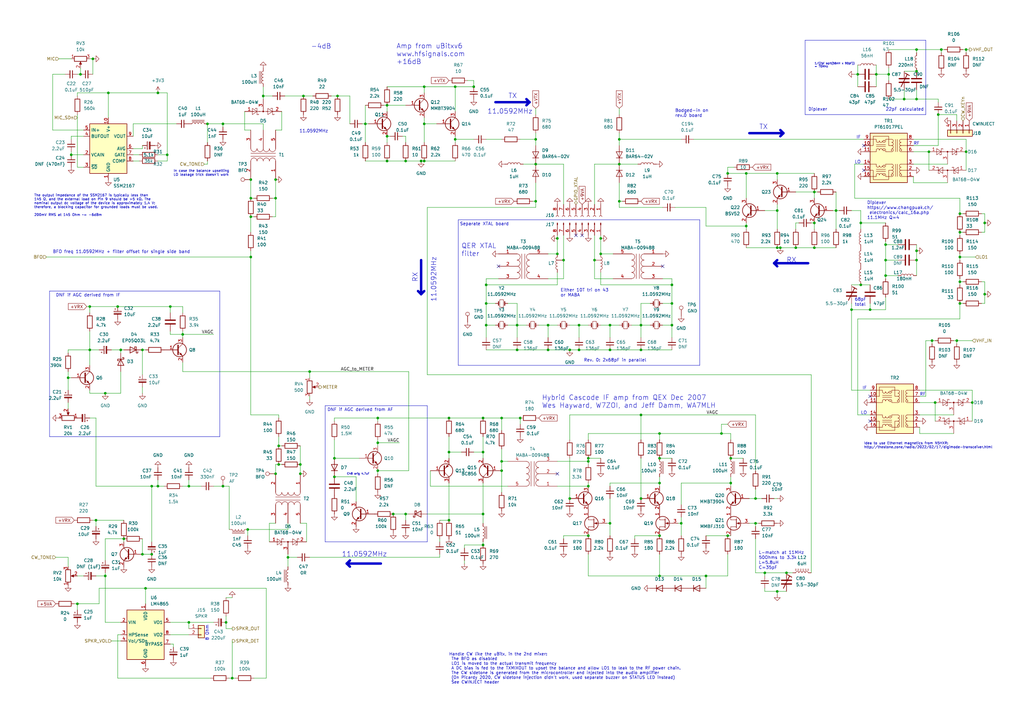
<source format=kicad_sch>
(kicad_sch (version 20230121) (generator eeschema)

  (uuid 0e592cd4-1950-44ef-9727-8e526f4c4e12)

  (paper "A3")

  (title_block
    (title "DART-70 TRX")
    (date "2023-04-10")
    (rev "1")
    (company "HB9EGM")
    (comment 1 "A 4m Band SSB/CW Transceiver")
    (comment 2 "Baseband")
  )

  

  (junction (at 186.69 57.15) (diameter 0) (color 0 0 0 0)
    (uuid 0079a40d-5664-4eb5-a4a1-35e197c9e578)
  )
  (junction (at 172.72 66.04) (diameter 0) (color 0 0 0 0)
    (uuid 027f19f3-a3d5-4daa-a96e-c5d9a71c1df8)
  )
  (junction (at 158.75 55.88) (diameter 0) (color 0 0 0 0)
    (uuid 02d8bab6-e62a-43d8-ae0a-47eb8be52f66)
  )
  (junction (at 58.42 143.51) (diameter 0) (color 0 0 0 0)
    (uuid 059f4155-bed3-4fb2-9baa-d569f31b7e5d)
  )
  (junction (at 320.04 101.6) (diameter 0) (color 0 0 0 0)
    (uuid 076a6a07-11fa-4191-a538-035a47a6b026)
  )
  (junction (at 199.39 124.46) (diameter 0) (color 0 0 0 0)
    (uuid 08e3fbcd-b24c-43b5-a2a5-3ed606084464)
  )
  (junction (at 375.92 20.32) (diameter 0) (color 0 0 0 0)
    (uuid 0e0e432b-78ea-4677-9624-cfa175a66f05)
  )
  (junction (at 262.89 143.51) (diameter 0) (color 0 0 0 0)
    (uuid 0e565d2a-00bb-4f20-8e2e-0f824e8d2762)
  )
  (junction (at 356.87 127) (diameter 0) (color 0 0 0 0)
    (uuid 0e79f50c-6749-4775-a4f9-1113788b2e6b)
  )
  (junction (at 241.3 189.23) (diameter 0) (color 0 0 0 0)
    (uuid 0f8367d0-e4ea-40ae-8dac-4e16d60a532f)
  )
  (junction (at 298.45 71.12) (diameter 0) (color 0 0 0 0)
    (uuid 1012b60c-7995-4cf6-a029-e4cda1fc26a4)
  )
  (junction (at 39.37 213.36) (diameter 0) (color 0 0 0 0)
    (uuid 1761eacf-5516-4f80-af22-ca5c2f3d7629)
  )
  (junction (at 173.99 50.8) (diameter 0) (color 0 0 0 0)
    (uuid 17a2367e-a2ff-4b57-83ee-9ab25894ec97)
  )
  (junction (at 48.26 125.73) (diameter 0) (color 0 0 0 0)
    (uuid 1843d2c0-629c-44e7-8460-03ced60a2111)
  )
  (junction (at 334.01 101.6) (diameter 0) (color 0 0 0 0)
    (uuid 1938c685-27ac-44a9-aab4-2c6ed50b8ec7)
  )
  (junction (at 295.91 177.8) (diameter 0) (color 0 0 0 0)
    (uuid 1a164a1f-45a6-43b7-9b64-349463c23d37)
  )
  (junction (at 166.37 210.82) (diameter 0) (color 0 0 0 0)
    (uuid 1c038126-c738-4381-b698-5c33c4341ae8)
  )
  (junction (at 64.77 38.1) (diameter 0) (color 0 0 0 0)
    (uuid 1d478e31-7d05-4026-94bc-716d6e6d4a57)
  )
  (junction (at 262.89 204.47) (diameter 0) (color 0 0 0 0)
    (uuid 1de51305-582b-4628-8092-75c3cf54eea0)
  )
  (junction (at 113.03 194.31) (diameter 0) (color 0 0 0 0)
    (uuid 1e5b8adc-bfe4-4d62-8fbb-b09ad198c5b6)
  )
  (junction (at 233.68 143.51) (diameter 0) (color 0 0 0 0)
    (uuid 210630ed-a720-499f-8ec9-3630627e1e05)
  )
  (junction (at 194.31 35.56) (diameter 0) (color 0 0 0 0)
    (uuid 222d63d3-68ff-4a04-b7c3-6efd5c4ab9e1)
  )
  (junction (at 381 62.23) (diameter 0) (color 0 0 0 0)
    (uuid 223b72c8-191b-4d26-8e73-2beb56cb0a2b)
  )
  (junction (at 298.45 219.71) (diameter 0) (color 0 0 0 0)
    (uuid 22f086a0-4e36-4832-8e1e-3bdb65f5c3f2)
  )
  (junction (at 212.09 143.51) (diameter 0) (color 0 0 0 0)
    (uuid 24fd922c-d488-4d61-b6dc-9d3e359ccc82)
  )
  (junction (at 299.72 187.96) (diameter 0) (color 0 0 0 0)
    (uuid 2583e10f-d237-4b6a-a35d-cff26f964496)
  )
  (junction (at 384.81 46.99) (diameter 0) (color 0 0 0 0)
    (uuid 2752e81c-fd78-4adc-8a3e-c2100d5bd7d7)
  )
  (junction (at 44.45 38.1) (diameter 0) (color 0 0 0 0)
    (uuid 2792ed93-89db-4e51-99ff-281323e776eb)
  )
  (junction (at 43.18 161.29) (diameter 0) (color 0 0 0 0)
    (uuid 2ac61f93-ebdb-4844-a9b1-76718596cd8a)
  )
  (junction (at 158.75 43.18) (diameter 0) (color 0 0 0 0)
    (uuid 2cd3680a-9e9d-4c97-9125-39c64a75e644)
  )
  (junction (at 270.51 198.12) (diameter 0) (color 0 0 0 0)
    (uuid 2d264e2f-7e31-4a17-86c5-13a68ab3ff7e)
  )
  (junction (at 363.22 106.68) (diameter 0) (color 0 0 0 0)
    (uuid 2fd14c3b-7e81-4330-b4b6-7d3b5d88fd5c)
  )
  (junction (at 393.7 115.57) (diameter 0) (color 0 0 0 0)
    (uuid 2fdc7923-56aa-4f0e-b559-e1b2e79c3c8f)
  )
  (junction (at 114.3 190.5) (diameter 0) (color 0 0 0 0)
    (uuid 30a877c2-a2d2-45b6-a8fa-8c4567fd5621)
  )
  (junction (at 382.27 139.7) (diameter 0) (color 0 0 0 0)
    (uuid 30dc039a-a902-4295-a2ea-7a00c6153126)
  )
  (junction (at 318.77 71.12) (diameter 0) (color 0 0 0 0)
    (uuid 315201dd-7991-408a-b65b-aa397fb29cdd)
  )
  (junction (at 38.1 24.13) (diameter 0) (color 0 0 0 0)
    (uuid 335263d3-7e35-4a9c-83c2-cd71d45f0688)
  )
  (junction (at 383.54 165.1) (diameter 0) (color 0 0 0 0)
    (uuid 3365c11b-b4a5-418d-85ee-41028926f18a)
  )
  (junction (at 351.79 30.48) (diameter 0) (color 0 0 0 0)
    (uuid 3b4c9779-bcad-4732-8142-8c3ab8d0419f)
  )
  (junction (at 173.99 35.56) (diameter 0) (color 0 0 0 0)
    (uuid 3bd6009a-f48b-4c66-92de-4d24549b4c7d)
  )
  (junction (at 161.29 210.82) (diameter 0) (color 0 0 0 0)
    (uuid 3bf0f30a-4c02-4011-9e56-5268cd9a18bc)
  )
  (junction (at 198.12 171.45) (diameter 0) (color 0 0 0 0)
    (uuid 3e9deac2-8e86-484c-b76a-a334d0715f66)
  )
  (junction (at 403.86 120.65) (diameter 0) (color 0 0 0 0)
    (uuid 3f6ba890-8616-4e68-b9d0-3d4eacc2e5c7)
  )
  (junction (at 254 82.55) (diameter 0) (color 0 0 0 0)
    (uuid 3fab5bb1-8815-4b0a-a5a7-85bc20dde8b0)
  )
  (junction (at 375.92 106.68) (diameter 0) (color 0 0 0 0)
    (uuid 3fcecab3-b47b-4a8c-9fb9-b323af94bc6b)
  )
  (junction (at 173.99 66.04) (diameter 0) (color 0 0 0 0)
    (uuid 43c88063-044a-47b7-b010-f3fb76152eec)
  )
  (junction (at 375.92 102.87) (diameter 0) (color 0 0 0 0)
    (uuid 446196fa-4af3-4fe1-9348-f02489c61276)
  )
  (junction (at 199.39 133.35) (diameter 0) (color 0 0 0 0)
    (uuid 460147d8-e4b6-4910-88e9-07d1ddd6c2df)
  )
  (junction (at 219.71 57.15) (diameter 0) (color 0 0 0 0)
    (uuid 485f8372-6f58-431e-9419-bfc90ad67732)
  )
  (junction (at 364.49 30.48) (diameter 0) (color 0 0 0 0)
    (uuid 4b3ba67b-606d-4750-abb9-54a01fd7bc1a)
  )
  (junction (at 212.09 133.35) (diameter 0) (color 0 0 0 0)
    (uuid 4b982f8b-ca29-4ebf-88fc-8a50b24e0802)
  )
  (junction (at 359.41 30.48) (diameter 0) (color 0 0 0 0)
    (uuid 4bcbab50-174d-4a4b-8660-c13a99f4d953)
  )
  (junction (at 246.38 104.14) (diameter 0) (color 0 0 0 0)
    (uuid 4d4b296b-354c-4f54-8b98-a9fec52fa110)
  )
  (junction (at 375.92 29.21) (diameter 0) (color 0 0 0 0)
    (uuid 4dbafe87-53e2-4b1b-b9d1-f029995a0c51)
  )
  (junction (at 91.44 50.8) (diameter 0) (color 0 0 0 0)
    (uuid 4f100da6-d6f9-4b77-90f1-fda986c2ed73)
  )
  (junction (at 113.03 81.28) (diameter 0) (color 0 0 0 0)
    (uuid 4f661a6f-98d8-4461-9401-113364b1e3a8)
  )
  (junction (at 184.15 213.36) (diameter 0) (color 0 0 0 0)
    (uuid 510aabe6-d19e-45d2-9ee4-74f6d2e6df89)
  )
  (junction (at 393.7 87.63) (diameter 0) (color 0 0 0 0)
    (uuid 56e3e10b-0165-4e27-9816-f40b5bb7e426)
  )
  (junction (at 275.59 133.35) (diameter 0) (color 0 0 0 0)
    (uuid 5c4341e3-29f4-4014-ad6b-9b4cb50156a6)
  )
  (junction (at 246.38 97.79) (diameter 0) (color 0 0 0 0)
    (uuid 5d58706a-c013-405c-9112-847886006796)
  )
  (junction (at 262.89 133.35) (diameter 0) (color 0 0 0 0)
    (uuid 5dbda758-e74b-4ccf-ad68-495d537d68ba)
  )
  (junction (at 275.59 124.46) (diameter 0) (color 0 0 0 0)
    (uuid 5fc44bfc-3a32-42f5-89ff-303d655beeb1)
  )
  (junction (at 198.12 223.52) (diameter 0) (color 0 0 0 0)
    (uuid 611c0051-64b3-4ff6-b51a-6ea814324060)
  )
  (junction (at 69.85 125.73) (diameter 0) (color 0 0 0 0)
    (uuid 62ed984b-c070-4de1-bd86-30aeb09fb9cd)
  )
  (junction (at 326.39 101.6) (diameter 0) (color 0 0 0 0)
    (uuid 6333a58f-0905-40bf-8806-a9405483f292)
  )
  (junction (at 138.43 39.37) (diameter 0) (color 0 0 0 0)
    (uuid 67d87795-1d4f-4f21-9afa-f7da30e8b867)
  )
  (junction (at 342.9 86.36) (diameter 0) (color 0 0 0 0)
    (uuid 6bdd7ca9-a767-4e33-bf37-498b319fce63)
  )
  (junction (at 102.87 88.9) (diameter 0) (color 0 0 0 0)
    (uuid 6e61ed05-4ce2-4d6e-b300-e8935e213361)
  )
  (junction (at 62.23 227.33) (diameter 0) (color 0 0 0 0)
    (uuid 707b1436-6255-4e74-ac3c-e365f258d4c7)
  )
  (junction (at 270.51 236.22) (diameter 0) (color 0 0 0 0)
    (uuid 711716b4-cb3c-40a8-915f-7a9cd1c1a345)
  )
  (junction (at 306.07 92.71) (diameter 0) (color 0 0 0 0)
    (uuid 71548298-edf3-48ed-bda9-4f920bb3ffda)
  )
  (junction (at 334.01 91.44) (diameter 0) (color 0 0 0 0)
    (uuid 7203aae8-7ab5-4754-be1f-92fd79bf7883)
  )
  (junction (at 228.6 104.14) (diameter 0) (color 0 0 0 0)
    (uuid 7292e3c7-8290-4fad-a17c-92a17c78ac6c)
  )
  (junction (at 127 152.4) (diameter 0) (color 0 0 0 0)
    (uuid 76f10a7e-8bc4-4240-8e23-1f6453db5228)
  )
  (junction (at 254 57.15) (diameter 0) (color 0 0 0 0)
    (uuid 782fd8fa-9fb0-44b6-bdfd-23367a676327)
  )
  (junction (at 299.72 198.12) (diameter 0) (color 0 0 0 0)
    (uuid 79aa4561-3272-488a-aacc-d24a783bf3fa)
  )
  (junction (at 393.7 105.41) (diameter 0) (color 0 0 0 0)
    (uuid 88658da7-484b-4fb1-bd87-cf0fe9fbbc98)
  )
  (junction (at 318.77 86.36) (diameter 0) (color 0 0 0 0)
    (uuid 897a30bd-82ab-4191-9e1c-88c95eb420c0)
  )
  (junction (at 205.74 171.45) (diameter 0) (color 0 0 0 0)
    (uuid 89924c9d-894c-4783-bb98-91fe4fffc426)
  )
  (junction (at 363.22 100.33) (diameter 0) (color 0 0 0 0)
    (uuid 89a0992d-b4b4-4a98-9018-0c3e3ac7c4ed)
  )
  (junction (at 403.86 91.44) (diameter 0) (color 0 0 0 0)
    (uuid 8a030abd-885a-4b15-b74a-b44dc2b6c7d7)
  )
  (junction (at 334.01 78.74) (diameter 0) (color 0 0 0 0)
    (uuid 8cad30c6-cd21-4b04-8aa8-5dfd9876668a)
  )
  (junction (at 370.84 40.64) (diameter 0) (color 0 0 0 0)
    (uuid 8d45f61e-b48a-4d9a-9705-81179d1cee29)
  )
  (junction (at 92.71 255.27) (diameter 0) (color 0 0 0 0)
    (uuid 8d612602-5cc8-45dd-a943-2a29be4b9ede)
  )
  (junction (at 102.87 81.28) (diameter 0) (color 0 0 0 0)
    (uuid 8edc9989-feda-4190-96e8-8ba0ca953891)
  )
  (junction (at 43.18 236.22) (diameter 0) (color 0 0 0 0)
    (uuid 8f57152a-781e-4e8e-b36c-e81f9a864e3b)
  )
  (junction (at 250.19 214.63) (diameter 0) (color 0 0 0 0)
    (uuid 91049a94-ccf8-463e-ab05-8a76a56be653)
  )
  (junction (at 309.88 214.63) (diameter 0) (color 0 0 0 0)
    (uuid 9134413a-edf3-40ce-9ec2-93a536746842)
  )
  (junction (at 318.77 242.57) (diameter 0) (color 0 0 0 0)
    (uuid 92b5166e-7b6a-4c31-94b5-b9d3f56f30b6)
  )
  (junction (at 205.74 189.23) (diameter 0) (color 0 0 0 0)
    (uuid 94a7e072-a853-4895-a974-0e863ac9edc2)
  )
  (junction (at 113.03 73.66) (diameter 0) (color 0 0 0 0)
    (uuid 9501ad82-8c5c-4bd6-a4e5-d738b7099508)
  )
  (junction (at 224.79 133.35) (diameter 0) (color 0 0 0 0)
    (uuid 9666bb6a-0c1d-4c92-be6d-94a465ec5c51)
  )
  (junction (at 64.77 199.39) (diameter 0) (color 0 0 0 0)
    (uuid 97e09b83-0572-4634-8ce7-0a86f1339fd8)
  )
  (junction (at 107.95 39.37) (diameter 0) (color 0 0 0 0)
    (uuid 983034d1-18ea-4dac-8753-9630cc5e0592)
  )
  (junction (at 386.08 20.32) (diameter 0) (color 0 0 0 0)
    (uuid 9873db56-1f37-4fe2-98ad-60e4c87af40c)
  )
  (junction (at 275.59 116.84) (diameter 0) (color 0 0 0 0)
    (uuid 9918dbb5-067b-4f72-a60f-e99dd790b7bf)
  )
  (junction (at 270.51 177.8) (diameter 0) (color 0 0 0 0)
    (uuid 994aaeb0-a945-4297-8f22-64b15ec2470b)
  )
  (junction (at 363.22 113.03) (diameter 0) (color 0 0 0 0)
    (uuid 9a438e91-12f1-4003-9587-51635f0ae695)
  )
  (junction (at 102.87 73.66) (diameter 0) (color 0 0 0 0)
    (uuid 9d0f1857-3b05-4e01-b461-94289f64ce4a)
  )
  (junction (at 123.19 194.31) (diameter 0) (color 0 0 0 0)
    (uuid 9d1032f1-04b7-4a45-a406-c5f306a5a4a3)
  )
  (junction (at 154.94 193.04) (diameter 0) (color 0 0 0 0)
    (uuid a31e2cb7-a272-450b-beca-1b3c3565662d)
  )
  (junction (at 393.7 95.25) (diameter 0) (color 0 0 0 0)
    (uuid a4615cb6-40e1-4e6b-aa44-484a7357f4a4)
  )
  (junction (at 198.12 185.42) (diameter 0) (color 0 0 0 0)
    (uuid a4ec02e9-e140-4dcc-958f-47f7624526cb)
  )
  (junction (at 36.83 125.73) (diameter 0) (color 0 0 0 0)
    (uuid a65cad0c-0ef1-4ea5-a965-4eae7ac1f6af)
  )
  (junction (at 231.14 106.68) (diameter 0) (color 0 0 0 0)
    (uuid a662cdd6-a57e-4364-b8b3-c025c426c5be)
  )
  (junction (at 31.75 247.65) (diameter 0) (color 0 0 0 0)
    (uuid a69f72c8-ce0f-4293-bf44-c6832495c836)
  )
  (junction (at 77.47 199.39) (diameter 0) (color 0 0 0 0)
    (uuid a7cad282-51c3-4f24-be5e-311c2c5e959b)
  )
  (junction (at 137.16 195.58) (diameter 0) (color 0 0 0 0)
    (uuid a8675aa5-24f4-4a65-9564-259800e24a61)
  )
  (junction (at 228.6 97.79) (diameter 0) (color 0 0 0 0)
    (uuid aa537d78-628c-458e-8a08-c2dae82aca82)
  )
  (junction (at 318.77 101.6) (diameter 0) (color 0 0 0 0)
    (uuid aad5fe2f-2964-4c2f-90b5-8ec10e02fb70)
  )
  (junction (at 158.75 66.04) (diameter 0) (color 0 0 0 0)
    (uuid ab5a5163-9113-4726-bc7a-7e25f5bcb137)
  )
  (junction (at 27.94 154.94) (diameter 0) (color 0 0 0 0)
    (uuid ac0e5582-f44c-4bc2-8ae7-2c3f1115fb00)
  )
  (junction (at 33.02 30.48) (diameter 0) (color 0 0 0 0)
    (uuid ad2d033c-4040-4813-b5da-82cf827f9d86)
  )
  (junction (at 237.49 133.35) (diameter 0) (color 0 0 0 0)
    (uuid ad485fa9-ca4c-467a-b6d9-302ae2ec4eaa)
  )
  (junction (at 91.44 199.39) (diameter 0) (color 0 0 0 0)
    (uuid ae4c18cc-90ed-4d31-b27a-ee22bf49a14e)
  )
  (junction (at 237.49 143.51) (diameter 0) (color 0 0 0 0)
    (uuid aed41e50-066a-4d5d-9b35-33c86a58f817)
  )
  (junction (at 309.88 204.47) (diameter 0) (color 0 0 0 0)
    (uuid b046cbfe-7bd9-4ac8-9c60-a84b90a07076)
  )
  (junction (at 198.12 210.82) (diameter 0) (color 0 0 0 0)
    (uuid b0bd599f-5320-4de4-9844-b1248597f45d)
  )
  (junction (at 59.69 241.3) (diameter 0) (color 0 0 0 0)
    (uuid b2c93e47-1b35-4bce-b217-c95c59af9fea)
  )
  (junction (at 102.87 105.41) (diameter 0) (color 0 0 0 0)
    (uuid b2fc5a98-a9c8-4ffb-bf05-9a95788a6f6e)
  )
  (junction (at 199.39 116.84) (diameter 0) (color 0 0 0 0)
    (uuid b3ba518e-938d-434b-8f72-5ecf3fd42313)
  )
  (junction (at 154.94 181.61) (diameter 0) (color 0 0 0 0)
    (uuid b52e2ac1-1ad4-4299-a3b7-5950aeda9b09)
  )
  (junction (at 219.71 67.31) (diameter 0) (color 0 0 0 0)
    (uuid b55942a4-2e67-4c91-a2e2-17d287af1b39)
  )
  (junction (at 58.42 227.33) (diameter 0) (color 0 0 0 0)
    (uuid b67c5032-3958-4f67-8cff-2bc749aa2559)
  )
  (junction (at 68.58 63.5) (diameter 0) (color 0 0 0 0)
    (uuid b6a3e709-356a-4a55-ac00-07ba73afac37)
  )
  (junction (at 313.69 234.95) (diameter 0) (color 0 0 0 0)
    (uuid b7b0b83f-2dad-41a6-8e3b-dd0617021680)
  )
  (junction (at 233.68 204.47) (diameter 0) (color 0 0 0 0)
    (uuid bb8fc86a-138e-468d-a6f3-4d425bea2798)
  )
  (junction (at 241.3 199.39) (diameter 0) (color 0 0 0 0)
    (uuid bcb7b50e-e30b-4748-9ad3-15fd19268fd8)
  )
  (junction (at 270.51 187.96) (diameter 0) (color 0 0 0 0)
    (uuid bdd38f4a-d1f5-49ea-86a0-7074369f7406)
  )
  (junction (at 101.6 217.17) (diameter 0) (color 0 0 0 0)
    (uuid bf1cf86a-4cef-455a-b67c-093dbb9970e5)
  )
  (junction (at 95.25 278.13) (diameter 0) (color 0 0 0 0)
    (uuid bff74fb8-2e53-4140-9d30-8bb9b336dda4)
  )
  (junction (at 50.8 220.98) (diameter 0) (color 0 0 0 0)
    (uuid c07980be-125c-4459-be81-f2b8371f5ae2)
  )
  (junction (at 205.74 193.04) (diameter 0) (color 0 0 0 0)
    (uuid c41a688f-80a3-4252-bb37-134631846db3)
  )
  (junction (at 250.19 143.51) (diameter 0) (color 0 0 0 0)
    (uuid c8816f2b-d043-4f02-8988-815e5e7435ee)
  )
  (junction (at 118.11 228.6) (diameter 0) (color 0 0 0 0)
    (uuid c8c4fbfe-4e9c-445d-882a-7f1bac80adc8)
  )
  (junction (at 250.19 133.35) (diameter 0) (color 0 0 0 0)
    (uuid ca2ddb3d-eff7-4148-ac57-d5c14ba8be31)
  )
  (junction (at 393.7 124.46) (diameter 0) (color 0 0 0 0)
    (uuid ca5a4e59-a0d9-41f3-a4f9-8e9003dc636c)
  )
  (junction (at 241.3 187.96) (diameter 0) (color 0 0 0 0)
    (uuid cf4a7a0f-4b62-4a14-8810-1f9be9bb8bca)
  )
  (junction (at 375.92 40.64) (diameter 0) (color 0 0 0 0)
    (uuid cfd26f0b-c959-40e8-8a7e-48204bb5c64f)
  )
  (junction (at 224.79 143.51) (diameter 0) (color 0 0 0 0)
    (uuid d3e01bdf-5c14-407f-80a1-1d934fc04fab)
  )
  (junction (at 149.86 50.8) (diameter 0) (color 0 0 0 0)
    (uuid d46cfddd-ae59-45a8-a05e-501b77d91351)
  )
  (junction (at 124.46 39.37) (diameter 0) (color 0 0 0 0)
    (uuid d47b6e93-2883-4b61-9107-b49e482eb126)
  )
  (junction (at 270.51 219.71) (diameter 0) (color 0 0 0 0)
    (uuid d5fa5081-044e-4305-8f5d-d2a56bf86d29)
  )
  (junction (at 77.47 255.27) (diameter 0) (color 0 0 0 0)
    (uuid d6fda246-3399-48cd-8a06-99bbdf8c75e4)
  )
  (junction (at 241.3 219.71) (diameter 0) (color 0 0 0 0)
    (uuid d703d54e-2823-4563-98c8-59d8b8b54fec)
  )
  (junction (at 166.37 66.04) (diameter 0) (color 0 0 0 0)
    (uuid d774c163-0e71-4e59-99e8-33a6c910c00d)
  )
  (junction (at 62.23 199.39) (diameter 0) (color 0 0 0 0)
    (uuid d7d4c350-2318-4a09-b921-0a78963f6666)
  )
  (junction (at 254 67.31) (diameter 0) (color 0 0 0 0)
    (uuid d964cb21-9482-4b14-9981-964030a476a5)
  )
  (junction (at 219.71 82.55) (diameter 0) (color 0 0 0 0)
    (uuid d96c7ae3-a14b-4da8-8c67-7918799c8e60)
  )
  (junction (at 396.24 62.23) (diameter 0) (color 0 0 0 0)
    (uuid daa9b5c5-21a2-4482-b81a-69bb9f749fb7)
  )
  (junction (at 186.69 35.56) (diameter 0) (color 0 0 0 0)
    (uuid dcdfeb28-863e-4a43-ad64-f6e45863b4d7)
  )
  (junction (at 213.36 171.45) (diameter 0) (color 0 0 0 0)
    (uuid ddaaa428-40ee-45ee-a789-6961e25a11bb)
  )
  (junction (at 392.43 139.7) (diameter 0) (color 0 0 0 0)
    (uuid de1eb50d-ef90-4d0d-a112-fc865a422b99)
  )
  (junction (at 289.56 236.22) (diameter 0) (color 0 0 0 0)
    (uuid df231e82-dc0c-49c1-a01b-d2be84591ff3)
  )
  (junction (at 322.58 234.95) (diameter 0) (color 0 0 0 0)
    (uuid e15f6002-d342-413a-a773-225c5f4cfb04)
  )
  (junction (at 396.24 20.32) (diameter 0) (color 0 0 0 0)
    (uuid e2d27bd1-d4c5-4321-a13b-160cb2d6015d)
  )
  (junction (at 49.53 143.51) (diameter 0) (color 0 0 0 0)
    (uuid e3903eeb-8b72-4b40-a088-cbbba270c01b)
  )
  (junction (at 184.15 171.45) (diameter 0) (color 0 0 0 0)
    (uuid e68e2295-e5ad-41e7-931d-7bf2c40e2981)
  )
  (junction (at 279.4 214.63) (diameter 0) (color 0 0 0 0)
    (uuid e736b041-4756-4726-980f-1b93cf00a2ad)
  )
  (junction (at 243.84 106.68) (diameter 0) (color 0 0 0 0)
    (uuid e7eee956-d2ad-4d33-9823-9759f9a8aab1)
  )
  (junction (at 74.93 137.16) (diameter 0) (color 0 0 0 0)
    (uuid e8558fbd-ea42-43a6-966a-7bd304bdfaad)
  )
  (junction (at 353.06 91.44) (diameter 0) (color 0 0 0 0)
    (uuid e8822f44-e7ca-47f3-a9bc-951244c889e7)
  )
  (junction (at 36.83 143.51) (diameter 0) (color 0 0 0 0)
    (uuid eac540a2-0555-4530-b9cb-9b037a65c0a7)
  )
  (junction (at 114.3 182.88) (diameter 0) (color 0 0 0 0)
    (uuid eb3c65f0-3082-4c13-98c1-cac8dc7eccac)
  )
  (junction (at 137.16 187.96) (diameter 0) (color 0 0 0 0)
    (uuid ecba702e-9fb5-4bd7-9b08-5197492ec54b)
  )
  (junction (at 349.25 127) (diameter 0) (color 0 0 0 0)
    (uuid ef4c798c-4721-49f1-8016-e362a6672715)
  )
  (junction (at 398.78 165.1) (diameter 0) (color 0 0 0 0)
    (uuid efac21da-3f93-4ae4-bab8-dbdec293c35e)
  )
  (junction (at 306.07 71.12) (diameter 0) (color 0 0 0 0)
    (uuid f02e930f-fe1a-4921-a9df-ee330f41d2bd)
  )
  (junction (at 154.94 171.45) (diameter 0) (color 0 0 0 0)
    (uuid f1a9e2a2-6347-4852-b335-cf8402c433a4)
  )
  (junction (at 353.06 116.84) (diameter 0) (color 0 0 0 0)
    (uuid f22dadd7-4a1b-4449-b981-cbbeced9fbc5)
  )
  (junction (at 85.09 50.8) (diameter 0) (color 0 0 0 0)
    (uuid f9362574-7797-4e6e-9765-e515232ee831)
  )
  (junction (at 184.15 185.42) (diameter 0) (color 0 0 0 0)
    (uuid fb5d1a59-18d1-49ea-b504-10e76cce8897)
  )
  (junction (at 123.19 190.5) (diameter 0) (color 0 0 0 0)
    (uuid fbe71f6a-7e5a-41f1-9e6e-b2e94d49a3bc)
  )
  (junction (at 29.21 63.5) (diameter 0) (color 0 0 0 0)
    (uuid fe2b05f5-675b-44d0-956c-c5829b7c692a)
  )
  (junction (at 262.89 170.18) (diameter 0) (color 0 0 0 0)
    (uuid fe2ce942-d4c5-4b3f-a09e-cda9276450f6)
  )

  (no_connect (at 356.87 172.72) (uuid 112718f1-f222-4c50-a4f0-a42dabd066b7))
  (no_connect (at 236.22 96.52) (uuid 2b99a1e6-5f67-436f-9ed5-38e8bfd4c142))
  (no_connect (at 354.33 69.85) (uuid 36cd8509-4b06-4001-aa2f-00b548cb4477))
  (no_connect (at 204.47 109.22) (uuid 4866aeb4-d287-46eb-8d15-c55d9c708490))
  (no_connect (at 354.33 59.69) (uuid 6226f2ac-b9bf-4733-a388-cd49aa6934ae))
  (no_connect (at 356.87 162.56) (uuid 69a2fbd1-0689-4722-b099-d7d4b3a2c805))
  (no_connect (at 271.78 109.22) (uuid 8a4c8ee9-530e-4698-8694-1dcab411e819))
  (no_connect (at 228.6 194.31) (uuid afdb3662-3196-4d9d-b0e8-7f416bb5cd4f))
  (no_connect (at 238.76 96.52) (uuid ee08a6c2-528a-478b-9089-08fe9a37ec7e))

  (wire (pts (xy 403.86 87.63) (xy 403.86 91.44))
    (stroke (width 0) (type default))
    (uuid 006436ec-9ab2-4589-83be-4667e52db3bf)
  )
  (wire (pts (xy 205.74 171.45) (xy 205.74 176.53))
    (stroke (width 0) (type default))
    (uuid 00c27d59-c437-4bee-9cde-cbd48a34e31b)
  )
  (wire (pts (xy 318.77 83.82) (xy 318.77 86.36))
    (stroke (width 0) (type default))
    (uuid 00cf6024-5820-4cff-8981-5be2b438caf3)
  )
  (wire (pts (xy 87.63 199.39) (xy 91.44 199.39))
    (stroke (width 0) (type default))
    (uuid 0113fe75-9787-49bd-865f-03242ce2a366)
  )
  (wire (pts (xy 219.71 57.15) (xy 219.71 54.61))
    (stroke (width 0) (type default))
    (uuid 0125f083-fa2b-4a11-85be-7853b609b001)
  )
  (wire (pts (xy 359.41 30.48) (xy 359.41 35.56))
    (stroke (width 0) (type default))
    (uuid 01c67c04-8ed4-481b-b382-ac69e0a55001)
  )
  (wire (pts (xy 68.58 66.04) (xy 64.77 66.04))
    (stroke (width 0) (type default))
    (uuid 01caafb3-af8a-4642-870c-c290b286d040)
  )
  (wire (pts (xy 166.37 43.18) (xy 158.75 43.18))
    (stroke (width 0) (type default))
    (uuid 01f0181c-303d-46c7-ba34-20eee1c48cd1)
  )
  (wire (pts (xy 173.99 50.8) (xy 179.07 50.8))
    (stroke (width 0) (type default))
    (uuid 0222c276-ce98-44cf-9ac7-d0d00163570d)
  )
  (wire (pts (xy 190.5 231.14) (xy 190.5 229.87))
    (stroke (width 0) (type default))
    (uuid 027fc545-8a42-4646-8424-467711418116)
  )
  (wire (pts (xy 114.3 170.18) (xy 114.3 171.45))
    (stroke (width 0) (type default))
    (uuid 0332aa97-cadc-4e7a-b8af-ca59e255597d)
  )
  (wire (pts (xy 173.99 66.04) (xy 186.69 66.04))
    (stroke (width 0) (type default))
    (uuid 035d062f-f875-4853-8ca1-a348c3967bb1)
  )
  (wire (pts (xy 113.03 214.63) (xy 110.49 214.63))
    (stroke (width 0) (type default))
    (uuid 03b7756f-0559-43eb-b24d-3aefa5a15899)
  )
  (wire (pts (xy 394.97 20.32) (xy 396.24 20.32))
    (stroke (width 0) (type default))
    (uuid 03ce6745-00b2-4d2b-bad7-eb9745172859)
  )
  (wire (pts (xy 166.37 210.82) (xy 161.29 210.82))
    (stroke (width 0) (type default))
    (uuid 03dd13e2-d89f-47ed-8a2f-ce75e7a97ef3)
  )
  (wire (pts (xy 262.89 133.35) (xy 266.7 133.35))
    (stroke (width 0) (type default))
    (uuid 042fe62b-53aa-4e86-97d0-9ccb1e16a895)
  )
  (wire (pts (xy 379.73 139.7) (xy 382.27 139.7))
    (stroke (width 0) (type default))
    (uuid 0437af13-5b81-4e18-82d5-0ec28c5d895f)
  )
  (wire (pts (xy 374.65 74.93) (xy 374.65 72.39))
    (stroke (width 0) (type default))
    (uuid 047a18ce-9e77-4d7d-a9ce-60b21f671177)
  )
  (wire (pts (xy 31.75 68.58) (xy 34.29 68.58))
    (stroke (width 0) (type default))
    (uuid 04868f85-bc69-4fa9-8e62-d78ffe5ae58e)
  )
  (wire (pts (xy 396.24 20.32) (xy 397.51 20.32))
    (stroke (width 0) (type default))
    (uuid 04ef368b-f4e9-48da-956c-ee93cb3d01e8)
  )
  (wire (pts (xy 363.22 106.68) (xy 363.22 113.03))
    (stroke (width 0) (type default))
    (uuid 05ddadd4-94df-4d6a-b500-ff320675ba33)
  )
  (wire (pts (xy 241.3 227.33) (xy 241.3 236.22))
    (stroke (width 0) (type default))
    (uuid 066671d9-1fdf-4a05-a7e7-cadb7d44b89f)
  )
  (wire (pts (xy 356.87 124.46) (xy 356.87 127))
    (stroke (width 0) (type default))
    (uuid 06fedb5b-65dd-4aa0-9e2d-b04e5a505f26)
  )
  (wire (pts (xy 208.28 124.46) (xy 212.09 124.46))
    (stroke (width 0) (type default))
    (uuid 082d865b-0a4e-49c3-b18b-be47fd4a465a)
  )
  (wire (pts (xy 382.27 139.7) (xy 383.54 139.7))
    (stroke (width 0) (type default))
    (uuid 0830aef1-c986-42f8-ba6a-a3fcacbf0210)
  )
  (wire (pts (xy 309.88 234.95) (xy 309.88 220.98))
    (stroke (width 0) (type default))
    (uuid 08c8f1b4-737d-438b-967e-a77cce3833c0)
  )
  (wire (pts (xy 58.42 143.51) (xy 58.42 153.67))
    (stroke (width 0) (type default))
    (uuid 09321bf4-1ea1-49b5-b1f9-ac29d6606a74)
  )
  (wire (pts (xy 173.99 35.56) (xy 186.69 35.56))
    (stroke (width 0) (type default))
    (uuid 0943dfff-08fd-4176-a97a-8e271f47b148)
  )
  (wire (pts (xy 393.7 105.41) (xy 393.7 104.14))
    (stroke (width 0) (type default))
    (uuid 09aa0d32-f4dc-42fd-a756-e1229737bd34)
  )
  (wire (pts (xy 289.56 236.22) (xy 289.56 241.3))
    (stroke (width 0) (type default))
    (uuid 0a0c053c-54e0-4f14-b909-036d0c5fbf08)
  )
  (wire (pts (xy 158.75 43.18) (xy 158.75 45.72))
    (stroke (width 0) (type default))
    (uuid 0a80373e-7854-41a7-8441-30fd81967887)
  )
  (wire (pts (xy 254 74.93) (xy 254 82.55))
    (stroke (width 0) (type default))
    (uuid 0a9f993d-d83a-4cdc-bae3-0f40dd545220)
  )
  (wire (pts (xy 279.4 198.12) (xy 299.72 198.12))
    (stroke (width 0) (type default))
    (uuid 0b5e9f79-a50b-4078-b2be-eff1d45ab7fc)
  )
  (wire (pts (xy 309.88 234.95) (xy 313.69 234.95))
    (stroke (width 0) (type default))
    (uuid 0dc79dd3-c584-4173-b914-e6a8bcd18e45)
  )
  (wire (pts (xy 36.83 135.89) (xy 36.83 143.51))
    (stroke (width 0) (type default))
    (uuid 0e1c6bbc-4cc4-4ce9-b48a-8292bb286da8)
  )
  (wire (pts (xy 246.38 97.79) (xy 246.38 96.52))
    (stroke (width 0) (type default))
    (uuid 0f4b5c7f-79aa-4c46-b222-58e7e288b195)
  )
  (wire (pts (xy 33.02 27.94) (xy 33.02 30.48))
    (stroke (width 0) (type default))
    (uuid 100847e3-630c-4c13-ba45-180e92370805)
  )
  (wire (pts (xy 318.77 71.12) (xy 318.77 73.66))
    (stroke (width 0) (type default))
    (uuid 10ef0d40-b427-4fac-bff7-e8ca2d279fd2)
  )
  (wire (pts (xy 166.37 66.04) (xy 172.72 66.04))
    (stroke (width 0) (type default))
    (uuid 11ac1ac8-72b6-43ed-915e-50f87561daf8)
  )
  (wire (pts (xy 107.95 50.8) (xy 91.44 50.8))
    (stroke (width 0) (type default))
    (uuid 12340fb8-cd9c-4069-beec-13d4d2ea0d99)
  )
  (polyline (pts (xy 307.34 54.61) (xy 321.31 54.61))
    (stroke (width 1) (type solid))
    (uuid 1281d63b-9c8c-4454-9b2d-0bbbc27e2ae7)
  )

  (wire (pts (xy 44.45 38.1) (xy 64.77 38.1))
    (stroke (width 0) (type default))
    (uuid 12e17856-cd8c-41a8-bb2e-9faca10b0973)
  )
  (wire (pts (xy 393.7 130.81) (xy 351.79 130.81))
    (stroke (width 0) (type default))
    (uuid 15352954-5a6d-4167-94e3-a8475b279783)
  )
  (wire (pts (xy 43.18 234.95) (xy 43.18 236.22))
    (stroke (width 0) (type default))
    (uuid 15e1025c-faeb-49ff-aaa3-6ba9acaabd98)
  )
  (wire (pts (xy 137.16 172.72) (xy 137.16 171.45))
    (stroke (width 0) (type default))
    (uuid 1606d99f-0508-4f2e-b63b-47e62c4312ee)
  )
  (wire (pts (xy 386.08 21.59) (xy 386.08 20.32))
    (stroke (width 0) (type default))
    (uuid 16070e3c-2cc9-4d09-bef3-8ceccb63947e)
  )
  (wire (pts (xy 36.83 125.73) (xy 36.83 128.27))
    (stroke (width 0) (type default))
    (uuid 16aa2316-1a67-45e5-b6c4-e59dd85814f4)
  )
  (wire (pts (xy 334.01 71.12) (xy 318.77 71.12))
    (stroke (width 0) (type default))
    (uuid 16b8184d-4364-4664-b33c-1e355c0b0e6c)
  )
  (wire (pts (xy 298.45 68.58) (xy 298.45 71.12))
    (stroke (width 0) (type default))
    (uuid 171c47c2-e63c-45a5-b02c-078b78214786)
  )
  (wire (pts (xy 115.57 182.88) (xy 114.3 182.88))
    (stroke (width 0) (type default))
    (uuid 17c93850-5ebd-4f0d-b8eb-52bf14b01af4)
  )
  (wire (pts (xy 186.69 35.56) (xy 194.31 35.56))
    (stroke (width 0) (type default))
    (uuid 18723066-b973-43bf-8bbf-4c210121a928)
  )
  (wire (pts (xy 334.01 78.74) (xy 334.01 81.28))
    (stroke (width 0) (type default))
    (uuid 189610aa-2967-4418-8b8b-b36bdf6bc60b)
  )
  (wire (pts (xy 375.92 100.33) (xy 375.92 102.87))
    (stroke (width 0) (type default))
    (uuid 19028db1-670b-4d84-9d20-5aa2f8585dd7)
  )
  (wire (pts (xy 342.9 101.6) (xy 334.01 101.6))
    (stroke (width 0) (type default))
    (uuid 1966977a-39df-4890-91de-0e8ae767b0a0)
  )
  (wire (pts (xy 186.69 57.15) (xy 194.31 57.15))
    (stroke (width 0) (type default))
    (uuid 19a56892-f9d5-4508-ab75-59721c555275)
  )
  (wire (pts (xy 313.69 242.57) (xy 313.69 241.3))
    (stroke (width 0) (type default))
    (uuid 1a255025-6cad-4a3e-8763-c9c3ba585d53)
  )
  (wire (pts (xy 326.39 101.6) (xy 320.04 101.6))
    (stroke (width 0) (type default))
    (uuid 1a86e987-6d08-4b7a-b2e3-f89b9863e895)
  )
  (wire (pts (xy 146.05 195.58) (xy 146.05 205.74))
    (stroke (width 0) (type default))
    (uuid 1a9613ab-fb34-4a02-8365-aadaa421dfaf)
  )
  (wire (pts (xy 27.94 143.51) (xy 36.83 143.51))
    (stroke (width 0) (type default))
    (uuid 1a9f0d73-6986-450b-8da5-dca8d718cd0d)
  )
  (wire (pts (xy 375.92 20.32) (xy 386.08 20.32))
    (stroke (width 0) (type default))
    (uuid 1b89864d-e042-4259-99ab-c96136a33a11)
  )
  (wire (pts (xy 350.52 67.31) (xy 350.52 81.28))
    (stroke (width 0) (type default))
    (uuid 1c0378fb-8fa4-4942-8a64-86b9252ef636)
  )
  (wire (pts (xy 254 82.55) (xy 254 85.09))
    (stroke (width 0) (type default))
    (uuid 1c3c3108-d49a-4730-84a5-d29eb03028f4)
  )
  (wire (pts (xy 262.89 143.51) (xy 275.59 143.51))
    (stroke (width 0) (type default))
    (uuid 1d8cbdb8-b0d5-4f06-84c8-05770b7e9555)
  )
  (wire (pts (xy 219.71 59.69) (xy 219.71 57.15))
    (stroke (width 0) (type default))
    (uuid 1dbe419a-f71e-4ab5-9a49-e58e75747fdf)
  )
  (wire (pts (xy 118.11 217.17) (xy 101.6 217.17))
    (stroke (width 0) (type default))
    (uuid 1dc9a7fa-415c-4243-97fb-46b0d627e89d)
  )
  (wire (pts (xy 137.16 171.45) (xy 154.94 171.45))
    (stroke (width 0) (type default))
    (uuid 1ddbded3-4d65-49ba-8123-18c72e4b7f4a)
  )
  (wire (pts (xy 363.22 113.03) (xy 363.22 114.3))
    (stroke (width 0) (type default))
    (uuid 1e2c0cdd-08a6-4586-b370-3ffc74205845)
  )
  (wire (pts (xy 243.84 106.68) (xy 243.84 114.3))
    (stroke (width 0) (type default))
    (uuid 1e9638be-d271-44b9-9bc3-e37783c8782f)
  )
  (wire (pts (xy 158.75 66.04) (xy 166.37 66.04))
    (stroke (width 0) (type default))
    (uuid 1f1052c4-d15a-450f-8bb0-3cc3f3592607)
  )
  (wire (pts (xy 250.19 204.47) (xy 250.19 214.63))
    (stroke (width 0) (type default))
    (uuid 1f1c22b1-15a3-4e28-88a5-25ba2fbef197)
  )
  (wire (pts (xy 212.09 124.46) (xy 212.09 133.35))
    (stroke (width 0) (type default))
    (uuid 1fd73780-e017-4e2c-9674-56cb6f09dc2d)
  )
  (wire (pts (xy 246.38 116.84) (xy 275.59 116.84))
    (stroke (width 0) (type default))
    (uuid 2163a967-be2d-4344-a94d-f1b8da3dc3a3)
  )
  (wire (pts (xy 396.24 57.15) (xy 396.24 62.23))
    (stroke (width 0) (type default))
    (uuid 2171e051-2b1c-4df3-9987-bb0d428437aa)
  )
  (wire (pts (xy 69.85 135.89) (xy 69.85 137.16))
    (stroke (width 0) (type default))
    (uuid 22591446-6d82-47ac-b525-9e9deb496c8c)
  )
  (wire (pts (xy 137.16 180.34) (xy 137.16 187.96))
    (stroke (width 0) (type default))
    (uuid 231e5ae4-1791-4485-9a32-a64456488009)
  )
  (wire (pts (xy 111.76 88.9) (xy 113.03 88.9))
    (stroke (width 0) (type default))
    (uuid 233c88a4-9a5e-42af-96fb-5079a0c4ddfe)
  )
  (wire (pts (xy 241.3 189.23) (xy 241.3 187.96))
    (stroke (width 0) (type default))
    (uuid 25347fbb-8744-4d15-9949-de9866144f81)
  )
  (wire (pts (xy 270.51 177.8) (xy 241.3 177.8))
    (stroke (width 0) (type default))
    (uuid 2556849b-244d-40cf-86de-101d00a3273d)
  )
  (wire (pts (xy 275.59 187.96) (xy 270.51 187.96))
    (stroke (width 0) (type default))
    (uuid 25b40549-5004-4a9f-8c83-45a4561f2c44)
  )
  (wire (pts (xy 39.37 213.36) (xy 50.8 213.36))
    (stroke (width 0) (type default))
    (uuid 268a679e-e023-47f5-8a31-2516b1c23479)
  )
  (wire (pts (xy 295.91 173.99) (xy 295.91 177.8))
    (stroke (width 0) (type default))
    (uuid 27937394-9bb7-48f6-a154-02c32eca1c67)
  )
  (wire (pts (xy 342.9 78.74) (xy 342.9 86.36))
    (stroke (width 0) (type default))
    (uuid 2812f45e-ebd6-42bd-b5eb-ed95214eca8f)
  )
  (wire (pts (xy 198.12 198.12) (xy 198.12 210.82))
    (stroke (width 0) (type default))
    (uuid 287f053d-d517-4f77-a833-8d255e7a9f3f)
  )
  (wire (pts (xy 31.75 247.65) (xy 40.64 247.65))
    (stroke (width 0) (type default))
    (uuid 29b8b23a-e7ee-4dc9-92e7-c3cadb119379)
  )
  (wire (pts (xy 335.28 78.74) (xy 334.01 78.74))
    (stroke (width 0) (type default))
    (uuid 2a3e52a2-02c1-4de1-bbee-f4f094c5cf5c)
  )
  (wire (pts (xy 205.74 189.23) (xy 205.74 193.04))
    (stroke (width 0) (type default))
    (uuid 2a63233b-a7a2-4c59-82c8-58a12efecada)
  )
  (wire (pts (xy 250.19 214.63) (xy 248.92 214.63))
    (stroke (width 0) (type default))
    (uuid 2afd810b-02fc-4ddc-b23c-b8689ad0ab1d)
  )
  (wire (pts (xy 34.29 55.88) (xy 29.21 55.88))
    (stroke (width 0) (type default))
    (uuid 2b878984-ad62-40d5-87be-d30f465ae2b3)
  )
  (wire (pts (xy 74.93 152.4) (xy 74.93 148.59))
    (stroke (width 0) (type default))
    (uuid 2b894b8a-c098-4d9d-be0f-2ef41dea274e)
  )
  (wire (pts (xy 266.7 124.46) (xy 262.89 124.46))
    (stroke (width 0) (type default))
    (uuid 2ba6a5e2-be81-4fda-a558-a7c1489b8584)
  )
  (wire (pts (xy 228.6 97.79) (xy 228.6 104.14))
    (stroke (width 0) (type default))
    (uuid 2bb91631-ebd1-41f4-8f02-7d20cea9a1ea)
  )
  (wire (pts (xy 118.11 228.6) (xy 118.11 227.33))
    (stroke (width 0) (type default))
    (uuid 2bc9d2d9-93de-4c12-bc6b-86b8c29f0aa6)
  )
  (wire (pts (xy 199.39 114.3) (xy 199.39 116.84))
    (stroke (width 0) (type default))
    (uuid 2d4b6a63-930e-4ce6-8f19-abaabb68aafd)
  )
  (wire (pts (xy 349.25 160.02) (xy 349.25 127))
    (stroke (width 0) (type default))
    (uuid 2dcb67f4-c872-4b2a-956a-523605159edb)
  )
  (wire (pts (xy 128.27 39.37) (xy 124.46 39.37))
    (stroke (width 0) (type default))
    (uuid 2e63a8de-ed51-4777-8337-472b5b4f8240)
  )
  (wire (pts (xy 275.59 138.43) (xy 275.59 133.35))
    (stroke (width 0) (type default))
    (uuid 2e6b1f7e-e4c3-43a1-ae90-c85aa40696d5)
  )
  (wire (pts (xy 259.08 133.35) (xy 262.89 133.35))
    (stroke (width 0) (type default))
    (uuid 2ec9be40-1d5a-4e2d-8a4d-4be2d3c079d5)
  )
  (wire (pts (xy 353.06 86.36) (xy 353.06 91.44))
    (stroke (width 0) (type default))
    (uuid 2f3f2305-6e67-4103-9727-21f03965c347)
  )
  (wire (pts (xy 214.63 67.31) (xy 219.71 67.31))
    (stroke (width 0) (type default))
    (uuid 3026ca22-9079-411a-bec8-e95daa0137af)
  )
  (wire (pts (xy 125.73 214.63) (xy 123.19 214.63))
    (stroke (width 0) (type default))
    (uuid 307b7b86-dfcd-43e5-adae-a42ec65f9c2c)
  )
  (wire (pts (xy 241.3 190.5) (xy 241.3 189.23))
    (stroke (width 0) (type default))
    (uuid 31405bcc-b3b5-4799-beda-e88762b1ff65)
  )
  (wire (pts (xy 241.3 236.22) (xy 270.51 236.22))
    (stroke (width 0) (type default))
    (uuid 314a73cd-4340-4691-9097-14e559730536)
  )
  (wire (pts (xy 167.64 152.4) (xy 167.64 193.04))
    (stroke (width 0) (type default))
    (uuid 321ed9e4-ae5b-472e-9566-a066b96db8bf)
  )
  (wire (pts (xy 233.68 170.18) (xy 233.68 180.34))
    (stroke (width 0) (type default))
    (uuid 3276e29e-f986-4a1b-866c-9d3cbd2e5d3d)
  )
  (wire (pts (xy 186.69 45.72) (xy 186.69 35.56))
    (stroke (width 0) (type default))
    (uuid 32d50c10-a20b-414f-afaf-7821cceaf33a)
  )
  (wire (pts (xy 26.67 30.48) (xy 21.59 30.48))
    (stroke (width 0) (type default))
    (uuid 33b48673-c959-4510-b6fa-fd3f7bdb00fd)
  )
  (wire (pts (xy 64.77 63.5) (xy 68.58 63.5))
    (stroke (width 0) (type default))
    (uuid 33b6dbe8-d555-4f35-a63c-27c75fa09ca7)
  )
  (wire (pts (xy 118.11 214.63) (xy 118.11 217.17))
    (stroke (width 0) (type default))
    (uuid 33b8f01e-acf2-48c5-adde-e838f3dfad6d)
  )
  (wire (pts (xy 172.72 66.04) (xy 173.99 66.04))
    (stroke (width 0) (type default))
    (uuid 341e0f4b-92fa-44cf-9e72-3a5fc025563e)
  )
  (wire (pts (xy 377.19 177.8) (xy 377.19 175.26))
    (stroke (width 0) (type default))
    (uuid 34971b89-a71c-4b1e-9611-7fffde0ef9c4)
  )
  (wire (pts (xy 212.09 138.43) (xy 212.09 133.35))
    (stroke (width 0) (type default))
    (uuid 35343f32-90ff-4059-a108-111fb444c3d2)
  )
  (wire (pts (xy 394.97 124.46) (xy 393.7 124.46))
    (stroke (width 0) (type default))
    (uuid 3586fadc-dfb0-445d-9e9e-609ee49ba8a3)
  )
  (wire (pts (xy 27.94 160.02) (xy 27.94 154.94))
    (stroke (width 0) (type default))
    (uuid 35e60fa0-27cf-4d0e-8bab-b364400c08c0)
  )
  (wire (pts (xy 123.19 194.31) (xy 123.19 190.5))
    (stroke (width 0) (type default))
    (uuid 362da67e-2cbf-4626-b5c1-6c5ba9fb75f9)
  )
  (wire (pts (xy 208.28 189.23) (xy 205.74 189.23))
    (stroke (width 0) (type default))
    (uuid 364f7692-8fd2-4996-8f00-fec21fff2827)
  )
  (wire (pts (xy 275.59 133.35) (xy 271.78 133.35))
    (stroke (width 0) (type default))
    (uuid 36696ac6-2db1-4b52-ae3d-9f3c89d2042f)
  )
  (wire (pts (xy 332.74 153.67) (xy 175.26 153.67))
    (stroke (width 0) (type default))
    (uuid 369c2242-d22f-4370-b888-6adc5e444aec)
  )
  (wire (pts (xy 43.18 220.98) (xy 50.8 220.98))
    (stroke (width 0) (type default))
    (uuid 37776474-3e55-452d-b61d-56f6c437c0b7)
  )
  (wire (pts (xy 368.3 113.03) (xy 363.22 113.03))
    (stroke (width 0) (type default))
    (uuid 37c4ff09-2526-492b-a9f8-7ea7ff67af23)
  )
  (wire (pts (xy 104.14 278.13) (xy 109.22 278.13))
    (stroke (width 0) (type default))
    (uuid 37f9ff9e-4ac0-495a-8616-d843451c132e)
  )
  (polyline (pts (xy 20.32 179.07) (xy 20.32 119.38))
    (stroke (width 0) (type default))
    (uuid 38a62d51-e863-4b0e-8f07-7e1cafdb4037)
  )

  (wire (pts (xy 49.53 260.35) (xy 48.26 260.35))
    (stroke (width 0) (type default))
    (uuid 38d04039-5d82-48aa-b8b9-bc35b46616f0)
  )
  (wire (pts (xy 198.12 210.82) (xy 175.26 210.82))
    (stroke (width 0) (type default))
    (uuid 393131ec-a9a2-4b13-8fa7-5bb85d9e7338)
  )
  (wire (pts (xy 199.39 116.84) (xy 199.39 124.46))
    (stroke (width 0) (type default))
    (uuid 3a274653-eff3-4ffe-9be8-2bfd0950af0a)
  )
  (polyline (pts (xy 172.72 120.65) (xy 173.99 119.38))
    (stroke (width 1) (type solid))
    (uuid 3a303245-2826-476f-837a-6c776ac8eec5)
  )
  (polyline (pts (xy 317.5 107.95) (xy 318.77 106.68))
    (stroke (width 1) (type default))
    (uuid 3ae1ad84-1d31-4d2b-b989-ca9af6058aea)
  )

  (wire (pts (xy 384.81 46.99) (xy 384.81 59.69))
    (stroke (width 0) (type default))
    (uuid 3b27dc08-2c00-4501-9b7e-e1fc9c4c1450)
  )
  (wire (pts (xy 237.49 133.35) (xy 241.3 133.35))
    (stroke (width 0) (type default))
    (uuid 3c11bba2-1b60-442e-87b9-29fc89c74881)
  )
  (wire (pts (xy 318.77 204.47) (xy 317.5 204.47))
    (stroke (width 0) (type default))
    (uuid 3ccaef01-74e6-4115-959d-fbd093047018)
  )
  (wire (pts (xy 243.84 114.3) (xy 251.46 114.3))
    (stroke (width 0) (type default))
    (uuid 3ce385e6-83c9-457f-9081-a08d654779c4)
  )
  (wire (pts (xy 85.09 50.8) (xy 91.44 50.8))
    (stroke (width 0) (type default))
    (uuid 3d0f8577-6ffa-41a9-8b25-878e6e828efa)
  )
  (wire (pts (xy 213.36 173.99) (xy 213.36 171.45))
    (stroke (width 0) (type default))
    (uuid 3d84257e-dfac-4e83-ad7d-92150f9df1d8)
  )
  (wire (pts (xy 344.17 86.36) (xy 342.9 86.36))
    (stroke (width 0) (type default))
    (uuid 3d93a3e9-87ac-4a3b-9b9e-a240dd18c534)
  )
  (wire (pts (xy 39.37 199.39) (xy 62.23 199.39))
    (stroke (width 0) (type default))
    (uuid 3dac0765-17a2-43b9-bab1-cc5f50ce960f)
  )
  (wire (pts (xy 158.75 55.88) (xy 158.75 58.42))
    (stroke (width 0) (type default))
    (uuid 3e47bf3b-545f-417b-95f8-0ce48a2e696b)
  )
  (wire (pts (xy 45.72 143.51) (xy 49.53 143.51))
    (stroke (width 0) (type default))
    (uuid 3f206607-332e-4c96-8963-5302804f476f)
  )
  (wire (pts (xy 189.23 185.42) (xy 184.15 185.42))
    (stroke (width 0) (type default))
    (uuid 3f2a51a5-354e-4662-86fe-5462c2bd8d58)
  )
  (wire (pts (xy 403.86 115.57) (xy 403.86 120.65))
    (stroke (width 0) (type default))
    (uuid 3f89e29b-9d8f-481a-a517-85ca9e00b6c5)
  )
  (wire (pts (xy 31.75 46.99) (xy 31.75 68.58))
    (stroke (width 0) (type default))
    (uuid 4102ae0e-3d75-40cd-957b-0b4db5d3f5ee)
  )
  (wire (pts (xy 127 163.83) (xy 127 162.56))
    (stroke (width 0) (type default))
    (uuid 4116bfc2-eab3-4c29-a983-44eacd9f10f5)
  )
  (polyline (pts (xy 172.72 120.65) (xy 171.45 119.38))
    (stroke (width 1) (type default))
    (uuid 4163deab-1cd6-41dd-a3a6-4003a316c140)
  )

  (wire (pts (xy 36.83 161.29) (xy 43.18 161.29))
    (stroke (width 0) (type default))
    (uuid 4208e41d-1d0a-40b9-bf94-fcbeb6562f9d)
  )
  (wire (pts (xy 241.3 198.12) (xy 241.3 199.39))
    (stroke (width 0) (type default))
    (uuid 421e1cc2-36a4-4dea-b009-97c228e970dc)
  )
  (wire (pts (xy 300.99 68.58) (xy 298.45 68.58))
    (stroke (width 0) (type default))
    (uuid 42209508-7425-4ef6-9bd3-77e80b4d9abd)
  )
  (wire (pts (xy 270.51 198.12) (xy 270.51 199.39))
    (stroke (width 0) (type default))
    (uuid 426d408a-ed40-43b4-b8c5-0e2c5087c1f6)
  )
  (polyline (pts (xy 175.26 166.37) (xy 133.35 166.37))
    (stroke (width 0) (type default))
    (uuid 4284f916-8fed-4278-b00c-4c3f313faf80)
  )

  (wire (pts (xy 262.89 170.18) (xy 233.68 170.18))
    (stroke (width 0) (type default))
    (uuid 437cfd94-f586-4649-a4a7-54b6265ccf76)
  )
  (wire (pts (xy 393.7 87.63) (xy 394.97 87.63))
    (stroke (width 0) (type default))
    (uuid 444b90a0-e12f-4604-8031-264a2e3dcb20)
  )
  (wire (pts (xy 241.3 219.71) (xy 231.14 219.71))
    (stroke (width 0) (type default))
    (uuid 44df90bf-029f-4262-a166-22df8e216390)
  )
  (wire (pts (xy 64.77 199.39) (xy 64.77 196.85))
    (stroke (width 0) (type default))
    (uuid 44e993be-f2df-4e61-a598-dfd6e106a208)
  )
  (wire (pts (xy 309.88 204.47) (xy 307.34 204.47))
    (stroke (width 0) (type default))
    (uuid 454e30d7-bcaa-4ad9-9d06-8047eb4476bc)
  )
  (wire (pts (xy 101.6 217.17) (xy 101.6 219.71))
    (stroke (width 0) (type default))
    (uuid 45583653-c1b9-48b1-85eb-b50796173085)
  )
  (polyline (pts (xy 330.2 16.51) (xy 330.2 46.99))
    (stroke (width 0) (type default))
    (uuid 461edb23-c1ec-4e0f-871a-a240c1cd3a36)
  )

  (wire (pts (xy 250.19 138.43) (xy 250.19 133.35))
    (stroke (width 0) (type default))
    (uuid 462f8e7e-09c6-4676-ba4f-fd07b2868aa8)
  )
  (wire (pts (xy 191.77 33.02) (xy 194.31 33.02))
    (stroke (width 0) (type default))
    (uuid 466b5642-6c10-45a7-84e5-76759a53f192)
  )
  (wire (pts (xy 110.49 214.63) (xy 110.49 222.25))
    (stroke (width 0) (type default))
    (uuid 46ae2584-1b1d-400b-a946-46158d09b58d)
  )
  (wire (pts (xy 379.73 139.7) (xy 379.73 162.56))
    (stroke (width 0) (type default))
    (uuid 46da1e60-4761-4966-96b0-d563aff527c6)
  )
  (wire (pts (xy 255.27 82.55) (xy 254 82.55))
    (stroke (width 0) (type default))
    (uuid 479fe35f-e09c-4372-8e15-6784a7e3fd2e)
  )
  (polyline (pts (xy 287.02 90.17) (xy 287.02 149.86))
    (stroke (width 0) (type default))
    (uuid 47e3424a-459d-4696-b1ce-e9ec51099a1c)
  )

  (wire (pts (xy 275.59 116.84) (xy 275.59 124.46))
    (stroke (width 0) (type default))
    (uuid 47e8fba7-36e4-45b9-a8af-75005a86d254)
  )
  (wire (pts (xy 353.06 116.84) (xy 356.87 116.84))
    (stroke (width 0) (type default))
    (uuid 492c5c5d-50ff-4f53-8bfe-dbeae65bd117)
  )
  (wire (pts (xy 231.14 220.98) (xy 231.14 219.71))
    (stroke (width 0) (type default))
    (uuid 4931cfe6-a57f-424e-bedb-abc0697ca70b)
  )
  (polyline (pts (xy 142.24 231.14) (xy 143.51 229.87))
    (stroke (width 1) (type default))
    (uuid 4a76b230-b78d-4796-9f68-c133f21f299a)
  )

  (wire (pts (xy 149.86 66.04) (xy 158.75 66.04))
    (stroke (width 0) (type default))
    (uuid 4c76f766-86d7-4a64-b1aa-c2031c80d4f9)
  )
  (wire (pts (xy 306.07 92.71) (xy 306.07 91.44))
    (stroke (width 0) (type default))
    (uuid 4cd21fa0-7b67-47f6-b094-824c04769f7a)
  )
  (wire (pts (xy 43.18 255.27) (xy 49.53 255.27))
    (stroke (width 0) (type default))
    (uuid 4ce56cdb-8470-4b42-9ca5-e46d2f98344e)
  )
  (wire (pts (xy 43.18 220.98) (xy 43.18 229.87))
    (stroke (width 0) (type default))
    (uuid 4cef478d-ce34-4d8e-8420-37dbcb7ebab2)
  )
  (wire (pts (xy 241.3 180.34) (xy 241.3 177.8))
    (stroke (width 0) (type default))
    (uuid 4d49a0aa-f132-4d9a-8008-eb3731d0492a)
  )
  (wire (pts (xy 271.78 124.46) (xy 275.59 124.46))
    (stroke (width 0) (type default))
    (uuid 4e43689e-9cf0-4146-b69d-54896ee090d3)
  )
  (wire (pts (xy 289.56 236.22) (xy 270.51 236.22))
    (stroke (width 0) (type default))
    (uuid 4f4c7500-1079-402a-a4d0-1b3ec566c005)
  )
  (wire (pts (xy 113.03 81.28) (xy 113.03 88.9))
    (stroke (width 0) (type default))
    (uuid 4f650738-cacc-469e-acc7-40ee5d49f8f4)
  )
  (wire (pts (xy 309.88 200.66) (xy 309.88 204.47))
    (stroke (width 0) (type default))
    (uuid 4ff8f15b-b56c-4999-b071-e57847f73476)
  )
  (wire (pts (xy 194.31 185.42) (xy 198.12 185.42))
    (stroke (width 0) (type default))
    (uuid 5030a7a1-a98a-4a1f-9156-d5d077f3c23f)
  )
  (wire (pts (xy 298.45 227.33) (xy 298.45 236.22))
    (stroke (width 0) (type default))
    (uuid 50928973-c6f1-4b2b-a504-e4f02238a437)
  )
  (wire (pts (xy 354.33 67.31) (xy 350.52 67.31))
    (stroke (width 0) (type default))
    (uuid 50c93d3b-a94c-4345-b9de-1bc66acdfbe1)
  )
  (wire (pts (xy 270.51 227.33) (xy 270.51 236.22))
    (stroke (width 0) (type default))
    (uuid 51294bad-a7d2-4fff-a653-b88def9fe12f)
  )
  (wire (pts (xy 326.39 91.44) (xy 326.39 93.98))
    (stroke (width 0) (type default))
    (uuid 5201a205-e70c-4273-9cc1-3a41fa9ea85e)
  )
  (wire (pts (xy 320.04 101.6) (xy 318.77 101.6))
    (stroke (width 0) (type default))
    (uuid 5203ec46-5c15-40af-a728-fa3778c9831e)
  )
  (wire (pts (xy 391.16 177.8) (xy 377.19 177.8))
    (stroke (width 0) (type default))
    (uuid 524b0bbc-ded0-4ac4-9d45-7316ae611d2e)
  )
  (wire (pts (xy 219.71 67.31) (xy 231.14 67.31))
    (stroke (width 0) (type default))
    (uuid 52c53af8-00c7-4afd-b3f7-41edda49431d)
  )
  (wire (pts (xy 205.74 171.45) (xy 198.12 171.45))
    (stroke (width 0) (type default))
    (uuid 53a7277a-bd72-4503-81ee-dc81381da923)
  )
  (wire (pts (xy 180.34 227.33) (xy 180.34 228.6))
    (stroke (width 0) (type default))
    (uuid 548c7f77-c8cf-4755-8709-30d0d38f18ee)
  )
  (wire (pts (xy 270.51 198.12) (xy 250.19 198.12))
    (stroke (width 0) (type default))
    (uuid 54b8142c-865d-46b7-bd41-9094b627d1ea)
  )
  (wire (pts (xy 313.69 236.22) (xy 313.69 234.95))
    (stroke (width 0) (type default))
    (uuid 557af375-62cf-4d80-b800-c9f2342e59c4)
  )
  (wire (pts (xy 92.71 255.27) (xy 92.71 257.81))
    (stroke (width 0) (type default))
    (uuid 558a0009-c3ac-4149-9b82-e1cd2bc91ced)
  )
  (wire (pts (xy 102.87 88.9) (xy 102.87 95.25))
    (stroke (width 0) (type default))
    (uuid 55af8e26-666e-4bcf-9038-cbe40d71a3b1)
  )
  (wire (pts (xy 27.94 154.94) (xy 29.21 154.94))
    (stroke (width 0) (type default))
    (uuid 56bbedad-6259-4443-b321-0ffa1f89c336)
  )
  (wire (pts (xy 318.77 71.12) (xy 306.07 71.12))
    (stroke (width 0) (type default))
    (uuid 58bd414d-1da5-4de0-bedc-7c4d6ecbc663)
  )
  (wire (pts (xy 212.09 143.51) (xy 224.79 143.51))
    (stroke (width 0) (type default))
    (uuid 59ee13a4-660e-47e2-a73a-01cfe11439e9)
  )
  (wire (pts (xy 262.89 187.96) (xy 262.89 204.47))
    (stroke (width 0) (type default))
    (uuid 5a8feb70-4d5b-4e2c-8d26-ac865b90757b)
  )
  (wire (pts (xy 402.59 87.63) (xy 403.86 87.63))
    (stroke (width 0) (type default))
    (uuid 5b6f407f-496c-4f1e-96a6-2b4991b97515)
  )
  (wire (pts (xy 383.54 165.1) (xy 377.19 165.1))
    (stroke (width 0) (type default))
    (uuid 5c343ab4-66b0-4ea0-8d7b-0bb9831b7a66)
  )
  (polyline (pts (xy 142.24 231.14) (xy 143.51 232.41))
    (stroke (width 1) (type solid))
    (uuid 5c95f03e-5261-43cc-8304-e101a8ce2704)
  )

  (wire (pts (xy 154.94 171.45) (xy 154.94 172.72))
    (stroke (width 0) (type default))
    (uuid 5d37c8f9-7255-4e71-9e76-a95b616c7023)
  )
  (wire (pts (xy 93.98 217.17) (xy 93.98 199.39))
    (stroke (width 0) (type default))
    (uuid 5d387dc5-0c0a-4058-b883-4ef0f13025d0)
  )
  (wire (pts (xy 186.69 57.15) (xy 186.69 58.42))
    (stroke (width 0) (type default))
    (uuid 5d629d5f-2f67-4551-82d1-b6b6c872f3e7)
  )
  (wire (pts (xy 36.83 160.02) (xy 36.83 161.29))
    (stroke (width 0) (type default))
    (uuid 5da0928a-9939-439c-bcbe-74de097058a8)
  )
  (polyline (pts (xy 156.21 231.14) (xy 142.24 231.14))
    (stroke (width 1) (type solid))
    (uuid 5e246b05-7b84-41b7-b24a-f95ceb8350be)
  )

  (wire (pts (xy 143.51 50.8) (xy 143.51 39.37))
    (stroke (width 0) (type default))
    (uuid 5e3b1c7c-d5e6-4828-a847-032315d3ea6b)
  )
  (wire (pts (xy 402.59 95.25) (xy 403.86 95.25))
    (stroke (width 0) (type default))
    (uuid 5e4d3796-8e8c-41b2-b1a5-8c62b37efbe4)
  )
  (wire (pts (xy 173.99 35.56) (xy 173.99 38.1))
    (stroke (width 0) (type default))
    (uuid 5ebc4cfe-555b-4a0d-a2c0-002c23002349)
  )
  (wire (pts (xy 318.77 242.57) (xy 322.58 242.57))
    (stroke (width 0) (type default))
    (uuid 601a3079-487f-4a58-ab73-688af782d04e)
  )
  (wire (pts (xy 167.64 193.04) (xy 154.94 193.04))
    (stroke (width 0) (type default))
    (uuid 608bdcfa-0373-4c55-bff4-a0411020bb36)
  )
  (wire (pts (xy 289.56 85.09) (xy 289.56 92.71))
    (stroke (width 0) (type default))
    (uuid 60ea7d8f-a908-4241-b060-30e3b9bf35d6)
  )
  (wire (pts (xy 311.15 214.63) (xy 309.88 214.63))
    (stroke (width 0) (type default))
    (uuid 612f025d-551f-4e49-8b5d-a819986441cc)
  )
  (wire (pts (xy 198.12 179.07) (xy 198.12 185.42))
    (stroke (width 0) (type default))
    (uuid 616ebf13-1041-4466-b8c2-d62553fdacc5)
  )
  (wire (pts (xy 123.19 190.5) (xy 123.19 182.88))
    (stroke (width 0) (type default))
    (uuid 61dff740-b34e-4d82-aa37-022743173856)
  )
  (wire (pts (xy 279.4 207.01) (xy 279.4 198.12))
    (stroke (width 0) (type default))
    (uuid 62213c76-72a9-4c47-aa4a-ef940e4a622f)
  )
  (wire (pts (xy 127 228.6) (xy 180.34 228.6))
    (stroke (width 0) (type default))
    (uuid 6230dd1e-551d-46fc-ad83-c7718abd92c4)
  )
  (wire (pts (xy 67.31 199.39) (xy 64.77 199.39))
    (stroke (width 0) (type default))
    (uuid 6239967a-77bd-4ec9-89cd-e04efd8dbe26)
  )
  (wire (pts (xy 351.79 26.67) (xy 351.79 30.48))
    (stroke (width 0) (type default))
    (uuid 623f1621-060f-45f6-88bd-561c5af2acb1)
  )
  (wire (pts (xy 392.43 139.7) (xy 398.78 139.7))
    (stroke (width 0) (type default))
    (uuid 625c04a1-c241-42db-b68b-0fcebe1cf05b)
  )
  (wire (pts (xy 115.57 45.72) (xy 115.57 53.34))
    (stroke (width 0) (type default))
    (uuid 6284d8a0-1f58-40d1-8472-4260bed0c7f7)
  )
  (polyline (pts (xy 133.35 167.64) (xy 133.35 166.37))
    (stroke (width 0) (type default))
    (uuid 6441305e-3590-44d5-9ead-1c464ec62f7b)
  )

  (wire (pts (xy 54.61 55.88) (xy 54.61 50.8))
    (stroke (width 0) (type default))
    (uuid 652a58cb-4f72-4c5d-98bc-12af8be4a16e)
  )
  (wire (pts (xy 107.95 35.56) (xy 107.95 39.37))
    (stroke (width 0) (type default))
    (uuid 65465d56-817d-4884-ae47-8bad0efefd46)
  )
  (wire (pts (xy 40.64 143.51) (xy 36.83 143.51))
    (stroke (width 0) (type default))
    (uuid 6579642b-a152-47f7-af0e-0d8866bdfcb8)
  )
  (wire (pts (xy 173.99 50.8) (xy 173.99 58.42))
    (stroke (width 0) (type default))
    (uuid 6586325d-a1b9-438e-b778-06845a1dc5e4)
  )
  (wire (pts (xy 204.47 114.3) (xy 199.39 114.3))
    (stroke (width 0) (type default))
    (uuid 65c04885-0d43-46fc-aa17-22185fcfe974)
  )
  (wire (pts (xy 107.95 53.34) (xy 107.95 50.8))
    (stroke (width 0) (type default))
    (uuid 6677ce38-207e-42ad-8da7-043e0734d9e1)
  )
  (wire (pts (xy 199.39 124.46) (xy 203.2 124.46))
    (stroke (width 0) (type default))
    (uuid 66e71cd4-32e2-436f-a2c7-cec951b87904)
  )
  (wire (pts (xy 377.19 160.02) (xy 398.78 160.02))
    (stroke (width 0) (type default))
    (uuid 674fa06a-279a-49fb-a3bc-8898f1e42de5)
  )
  (polyline (pts (xy 331.47 107.95) (xy 317.5 107.95))
    (stroke (width 1) (type solid))
    (uuid 67df60dd-be03-4fd1-bb0c-90f4bc10968b)
  )

  (wire (pts (xy 198.12 210.82) (xy 198.12 214.63))
    (stroke (width 0) (type default))
    (uuid 680c1192-8a1e-4300-a7cd-ef7bb4c87384)
  )
  (wire (pts (xy 165.1 55.88) (xy 166.37 55.88))
    (stroke (width 0) (type default))
    (uuid 6816c017-2ccb-479e-9f22-54b316f5230c)
  )
  (wire (pts (xy 353.06 91.44) (xy 363.22 91.44))
    (stroke (width 0) (type default))
    (uuid 68387c91-3b34-4a1b-8acb-8afbe6a83281)
  )
  (polyline (pts (xy 217.17 41.91) (xy 215.9 43.18))
    (stroke (width 1) (type default))
    (uuid 6843e6cd-4b70-4863-8ce7-e20d66a6c467)
  )

  (wire (pts (xy 241.3 199.39) (xy 228.6 199.39))
    (stroke (width 0) (type default))
    (uuid 68bb7527-cf5e-4d93-95d9-e93c273fb386)
  )
  (wire (pts (xy 27.94 165.1) (xy 27.94 167.64))
    (stroke (width 0) (type default))
    (uuid 68c7348a-0454-4fbf-b511-6a075194c78a)
  )
  (wire (pts (xy 49.53 143.51) (xy 50.8 143.51))
    (stroke (width 0) (type default))
    (uuid 68f7174d-ce7a-41b4-89f8-dd7e3ded57a1)
  )
  (wire (pts (xy 69.85 137.16) (xy 74.93 137.16))
    (stroke (width 0) (type default))
    (uuid 6a3aff19-5e5c-466c-80b5-82ab994aaee1)
  )
  (wire (pts (xy 375.92 106.68) (xy 375.92 113.03))
    (stroke (width 0) (type default))
    (uuid 6b19a8a4-056d-44ec-a4ad-c581782c0047)
  )
  (wire (pts (xy 198.12 171.45) (xy 184.15 171.45))
    (stroke (width 0) (type default))
    (uuid 6cdd50bd-1188-4620-8e4f-368a173ab413)
  )
  (wire (pts (xy 279.4 214.63) (xy 279.4 219.71))
    (stroke (width 0) (type default))
    (uuid 6d162ee8-074c-4d9f-a276-e927eb92a235)
  )
  (wire (pts (xy 166.37 55.88) (xy 166.37 58.42))
    (stroke (width 0) (type default))
    (uuid 6d3c7712-8cda-4039-8fe8-b1516a6d3aca)
  )
  (wire (pts (xy 149.86 43.18) (xy 149.86 50.8))
    (stroke (width 0) (type default))
    (uuid 6d53261f-b0db-4380-8d8d-078f89f10106)
  )
  (wire (pts (xy 322.58 234.95) (xy 325.12 234.95))
    (stroke (width 0) (type default))
    (uuid 6d87a367-4df9-412f-8267-631ff0faa00b)
  )
  (wire (pts (xy 228.6 111.76) (xy 228.6 116.84))
    (stroke (width 0) (type default))
    (uuid 6de42070-f906-4f60-b26b-662ced81e4ea)
  )
  (wire (pts (xy 36.83 143.51) (xy 36.83 149.86))
    (stroke (width 0) (type default))
    (uuid 6e416a78-df14-48ee-9842-e6e24081191e)
  )
  (wire (pts (xy 224.79 138.43) (xy 224.79 133.35))
    (stroke (width 0) (type default))
    (uuid 6e77d4d6-0239-4c20-98f8-23ae4f71d638)
  )
  (polyline (pts (xy 187.96 90.17) (xy 287.02 90.17))
    (stroke (width 0) (type default))
    (uuid 6ee0aee5-dcd6-4c86-9578-66fd2a07923e)
  )

  (wire (pts (xy 180.34 213.36) (xy 184.15 213.36))
    (stroke (width 0) (type default))
    (uuid 6f43d39d-fe14-4132-a046-1d7f8cdb47e2)
  )
  (wire (pts (xy 124.46 39.37) (xy 116.84 39.37))
    (stroke (width 0) (type default))
    (uuid 701c0221-7bef-4215-99d6-c4e71de0f581)
  )
  (wire (pts (xy 403.86 120.65) (xy 403.86 124.46))
    (stroke (width 0) (type default))
    (uuid 70a4733d-cae1-49df-97e4-f4275675004d)
  )
  (wire (pts (xy 396.24 62.23) (xy 396.24 69.85))
    (stroke (width 0) (type default))
    (uuid 71112969-491c-4030-a62d-0099394e646b)
  )
  (wire (pts (xy 218.44 82.55) (xy 219.71 82.55))
    (stroke (width 0) (type default))
    (uuid 729c2869-ff1d-44e5-93c5-e775e05584de)
  )
  (wire (pts (xy 91.44 50.8) (xy 91.44 52.07))
    (stroke (width 0) (type default))
    (uuid 7379b354-13a7-4d74-9b31-58f89692512f)
  )
  (wire (pts (xy 224.79 104.14) (xy 228.6 104.14))
    (stroke (width 0) (type default))
    (uuid 74039d64-9b10-4c0e-a411-9733cf9eb396)
  )
  (wire (pts (xy 299.72 198.12) (xy 299.72 199.39))
    (stroke (width 0) (type default))
    (uuid 742d47be-db3c-4e05-9d4c-991a4295c5b5)
  )
  (wire (pts (xy 102.87 73.66) (xy 102.87 81.28))
    (stroke (width 0) (type default))
    (uuid 74a7c0c8-5b41-4e90-9d93-6cbbd7514c61)
  )
  (wire (pts (xy 54.61 66.04) (xy 57.15 66.04))
    (stroke (width 0) (type default))
    (uuid 74d2d2c1-d0d5-412f-ab06-bb67df0a3900)
  )
  (wire (pts (xy 254 85.09) (xy 271.78 85.09))
    (stroke (width 0) (type default))
    (uuid 74f589f3-ef0a-45a2-aa36-32d4b587ff12)
  )
  (polyline (pts (xy 187.96 90.17) (xy 187.96 149.86))
    (stroke (width 0) (type default))
    (uuid 77f63278-dd6a-44ad-be59-60e72c5a32f1)
  )

  (wire (pts (xy 275.59 116.84) (xy 275.59 114.3))
    (stroke (width 0) (type default))
    (uuid 7804fc89-8c4d-4506-b59a-491355c37915)
  )
  (wire (pts (xy 353.06 91.44) (xy 353.06 93.98))
    (stroke (width 0) (type default))
    (uuid 781ea648-598d-44f0-aa54-4364a70724df)
  )
  (wire (pts (xy 208.28 199.39) (xy 176.53 199.39))
    (stroke (width 0) (type default))
    (uuid 78e23870-9b05-480d-b825-f65c8269c89f)
  )
  (wire (pts (xy 250.19 199.39) (xy 250.19 198.12))
    (stroke (width 0) (type default))
    (uuid 78fe6eb8-dca7-4226-852e-a2bfdac2f5c0)
  )
  (wire (pts (xy 231.14 114.3) (xy 231.14 106.68))
    (stroke (width 0) (type default))
    (uuid 792ca5ed-4595-43ac-8f76-48c344e68010)
  )
  (wire (pts (xy 198.12 185.42) (xy 198.12 187.96))
    (stroke (width 0) (type default))
    (uuid 799a648d-a74f-4b59-8a8b-0e0f39382bba)
  )
  (wire (pts (xy 48.26 125.73) (xy 69.85 125.73))
    (stroke (width 0) (type default))
    (uuid 79bd7607-8381-4bff-b61a-a2c7ffa05fe5)
  )
  (wire (pts (xy 400.05 105.41) (xy 393.7 105.41))
    (stroke (width 0) (type default))
    (uuid 7abfe5b2-5304-4361-be73-011f6c471ef4)
  )
  (wire (pts (xy 368.3 100.33) (xy 363.22 100.33))
    (stroke (width 0) (type default))
    (uuid 7b2dc696-1a10-4454-b7dd-774c3af412d0)
  )
  (wire (pts (xy 114.3 179.07) (xy 114.3 182.88))
    (stroke (width 0) (type default))
    (uuid 7b4a5919-d656-4a5c-a86d-ccceb9bed61e)
  )
  (wire (pts (xy 91.44 199.39) (xy 93.98 199.39))
    (stroke (width 0) (type default))
    (uuid 7b5b3913-8c8e-47f7-8b5a-661d3d8bfa66)
  )
  (wire (pts (xy 220.98 133.35) (xy 224.79 133.35))
    (stroke (width 0) (type default))
    (uuid 7b75907b-b2ae-4362-89fa-d520339aaa5c)
  )
  (wire (pts (xy 111.76 39.37) (xy 107.95 39.37))
    (stroke (width 0) (type default))
    (uuid 7b8d8ffb-581a-4bc6-a66a-cbb1fc19abb8)
  )
  (wire (pts (xy 39.37 171.45) (xy 39.37 199.39))
    (stroke (width 0) (type default))
    (uuid 7c17edd0-6f2d-4f65-8125-a2702fda17e8)
  )
  (wire (pts (xy 363.22 127) (xy 363.22 121.92))
    (stroke (width 0) (type default))
    (uuid 7c52eaf8-65f7-463d-9b9d-7f6038bc88c0)
  )
  (wire (pts (xy 364.49 40.64) (xy 370.84 40.64))
    (stroke (width 0) (type default))
    (uuid 7c874f62-f5e6-4d5f-978f-065cfe4bb9ec)
  )
  (wire (pts (xy 199.39 143.51) (xy 212.09 143.51))
    (stroke (width 0) (type default))
    (uuid 7ce4aab5-8271-4432-a4b1-bff168293b45)
  )
  (wire (pts (xy 246.38 97.79) (xy 246.38 104.14))
    (stroke (width 0) (type default))
    (uuid 7dda9fd3-9496-4995-b71d-6ea66e48526d)
  )
  (wire (pts (xy 154.94 181.61) (xy 154.94 182.88))
    (stroke (width 0) (type default))
    (uuid 7e16deda-d1e9-4ce8-869a-887e12216c03)
  )
  (wire (pts (xy 318.77 86.36) (xy 318.77 93.98))
    (stroke (width 0) (type default))
    (uuid 7ed0a41f-bc1f-4305-a01d-90d60c56cf1e)
  )
  (wire (pts (xy 36.83 125.73) (xy 48.26 125.73))
    (stroke (width 0) (type default))
    (uuid 7f4b7c2c-9af8-4317-9338-c2a6d8990ded)
  )
  (wire (pts (xy 39.37 215.9) (xy 39.37 213.36))
    (stroke (width 0) (type default))
    (uuid 7f5547c4-c756-4c2a-8f5f-1bd85f59a8b4)
  )
  (wire (pts (xy 396.24 21.59) (xy 396.24 20.32))
    (stroke (width 0) (type default))
    (uuid 804bda20-75d0-4292-80cc-32a55cc27457)
  )
  (wire (pts (xy 370.84 36.83) (xy 370.84 40.64))
    (stroke (width 0) (type default))
    (uuid 8099263a-4071-4281-8d6a-c7c601345412)
  )
  (wire (pts (xy 402.59 115.57) (xy 403.86 115.57))
    (stroke (width 0) (type default))
    (uuid 80a634db-6f15-407c-b015-3fccdf1c686a)
  )
  (wire (pts (xy 375.92 36.83) (xy 375.92 40.64))
    (stroke (width 0) (type default))
    (uuid 81274a9a-da60-4e77-8c92-53a04e82c492)
  )
  (wire (pts (xy 83.82 67.31) (xy 85.09 67.31))
    (stroke (width 0) (type default))
    (uuid 82aeb146-d91a-48e7-ae0e-b966f55e75ad)
  )
  (wire (pts (xy 102.87 170.18) (xy 102.87 105.41))
    (stroke (width 0) (type default))
    (uuid 82d04e2c-faa4-43b4-b2fd-16fc5530faff)
  )
  (wire (pts (xy 246.38 133.35) (xy 250.19 133.35))
    (stroke (width 0) (type default))
    (uuid 83250ce3-cee5-48b2-8a3e-b1e7887d6a15)
  )
  (polyline (pts (xy 287.02 149.86) (xy 187.96 149.86))
    (stroke (width 0) (type default))
    (uuid 832aec89-217a-4ba9-b247-80884d79c326)
  )

  (wire (pts (xy 276.86 85.09) (xy 289.56 85.09))
    (stroke (width 0) (type default))
    (uuid 834aa1d9-176f-4cac-b4f5-479783d6785b)
  )
  (wire (pts (xy 393.7 96.52) (xy 393.7 95.25))
    (stroke (width 0) (type default))
    (uuid 83ab15c5-65d3-4f10-af15-4d85c850c9a9)
  )
  (wire (pts (xy 309.88 193.04) (xy 309.88 170.18))
    (stroke (width 0) (type default))
    (uuid 83e0c458-9010-4b84-bde5-090a7ffeba0e)
  )
  (wire (pts (xy 363.22 100.33) (xy 363.22 106.68))
    (stroke (width 0) (type default))
    (uuid 83f08c81-5cef-41a8-8502-7fc3c0d3aa76)
  )
  (wire (pts (xy 44.45 38.1) (xy 31.75 38.1))
    (stroke (width 0) (type default))
    (uuid 84315919-677c-4909-a747-2c92c96d5870)
  )
  (wire (pts (xy 356.87 170.18) (xy 351.79 170.18))
    (stroke (width 0) (type default))
    (uuid 851a0bc8-0ae2-4270-a2d7-cf38111e6e8f)
  )
  (wire (pts (xy 375.92 40.64) (xy 384.81 40.64))
    (stroke (width 0) (type default))
    (uuid 855ecfab-6eeb-452a-bb3d-132d1021714e)
  )
  (wire (pts (xy 334.01 101.6) (xy 326.39 101.6))
    (stroke (width 0) (type default))
    (uuid 85dfa9a2-7ff0-48e2-b03b-23a3c846dffd)
  )
  (wire (pts (xy 92.71 245.11) (xy 95.25 245.11))
    (stroke (width 0) (type default))
    (uuid 862ed0a8-c550-4ac5-8573-67acfa0c6662)
  )
  (wire (pts (xy 194.31 33.02) (xy 194.31 35.56))
    (stroke (width 0) (type default))
    (uuid 866a53b9-c687-4a0b-9a2f-416f80096770)
  )
  (wire (pts (xy 64.77 38.1) (xy 68.58 38.1))
    (stroke (width 0) (type default))
    (uuid 869b8dc7-27da-4241-9ffe-c537639f49ca)
  )
  (wire (pts (xy 392.43 46.99) (xy 384.81 46.99))
    (stroke (width 0) (type default))
    (uuid 86dbef33-8bb4-4375-8537-bffdad389f58)
  )
  (wire (pts (xy 219.71 44.45) (xy 219.71 46.99))
    (stroke (width 0) (type default))
    (uuid 86f612ac-8962-47ae-ada3-d5b970b90de3)
  )
  (wire (pts (xy 326.39 78.74) (xy 334.01 78.74))
    (stroke (width 0) (type default))
    (uuid 8763a38e-37b7-4c16-afb7-20b0a9acc7d9)
  )
  (wire (pts (xy 137.16 195.58) (xy 146.05 195.58))
    (stroke (width 0) (type default))
    (uuid 882d0059-3810-4018-b73c-6bfb52aa389f)
  )
  (wire (pts (xy 349.25 86.36) (xy 353.06 86.36))
    (stroke (width 0) (type default))
    (uuid 88b2bd1b-ade4-40dd-8aae-64d132979df7)
  )
  (wire (pts (xy 102.87 105.41) (xy 19.05 105.41))
    (stroke (width 0) (type default))
    (uuid 88de36fd-0d27-4ecc-9237-fbf499f2fe6a)
  )
  (wire (pts (xy 160.02 55.88) (xy 158.75 55.88))
    (stroke (width 0) (type default))
    (uuid 894a8cae-6944-4565-b545-9036ece0c2e3)
  )
  (wire (pts (xy 205.74 193.04) (xy 205.74 201.93))
    (stroke (width 0) (type default))
    (uuid 8a27e5e0-7095-4086-a01a-ed8a8ab2ad0d)
  )
  (wire (pts (xy 318.77 86.36) (xy 313.69 86.36))
    (stroke (width 0) (type default))
    (uuid 8bdafd1b-226e-4fdf-bca9-8e3fdaf7c619)
  )
  (wire (pts (xy 148.59 50.8) (xy 149.86 50.8))
    (stroke (width 0) (type default))
    (uuid 8cb5fd69-7979-481a-81da-0cea0792ea01)
  )
  (wire (pts (xy 198.12 223.52) (xy 190.5 223.52))
    (stroke (width 0) (type default))
    (uuid 8ce6ad12-67d1-407c-8cbb-a5d8c673f8ed)
  )
  (wire (pts (xy 334.01 91.44) (xy 334.01 93.98))
    (stroke (width 0) (type default))
    (uuid 8d03fc12-7d4d-4836-84b3-56b567599d21)
  )
  (wire (pts (xy 58.42 158.75) (xy 58.42 161.29))
    (stroke (width 0) (type default))
    (uuid 8ddee80f-a354-4a11-ae03-acb37cf50626)
  )
  (wire (pts (xy 21.59 53.34) (xy 34.29 53.34))
    (stroke (width 0) (type default))
    (uuid 8e5a3783-142f-42f6-a215-d0f81a05c5c0)
  )
  (wire (pts (xy 359.41 30.48) (xy 364.49 30.48))
    (stroke (width 0) (type default))
    (uuid 8ef31f72-35c6-4ea4-9bda-78263b0371ea)
  )
  (wire (pts (xy 350.52 30.48) (xy 351.79 30.48))
    (stroke (width 0) (type default))
    (uuid 8f03de45-ea8f-40af-bea3-ecd72c5f909b)
  )
  (wire (pts (xy 44.45 48.26) (xy 44.45 38.1))
    (stroke (width 0) (type default))
    (uuid 90207e9d-650a-4c45-b7d5-e506cc85537d)
  )
  (wire (pts (xy 250.19 143.51) (xy 262.89 143.51))
    (stroke (width 0) (type default))
    (uuid 90744d5e-9dab-4c38-a84a-09b4f88dc58e)
  )
  (wire (pts (xy 375.92 102.87) (xy 375.92 106.68))
    (stroke (width 0) (type default))
    (uuid 90866162-ba8b-4466-8263-4e9b480069bc)
  )
  (wire (pts (xy 254 57.15) (xy 254 54.61))
    (stroke (width 0) (type default))
    (uuid 90f2d2b6-01bb-4137-b7ab-48e9a5bb873f)
  )
  (wire (pts (xy 318.77 101.6) (xy 306.07 101.6))
    (stroke (width 0) (type default))
    (uuid 921b0cee-85ac-4d59-aedc-fe5529da120b)
  )
  (wire (pts (xy 102.87 53.34) (xy 100.33 53.34))
    (stroke (width 0) (type default))
    (uuid 92d590e1-9ed3-4c91-adf0-bdc2b6b37331)
  )
  (wire (pts (xy 306.07 81.28) (xy 306.07 71.12))
    (stroke (width 0) (type default))
    (uuid 932ed4c7-e39e-43ec-b995-df1e33bbf182)
  )
  (wire (pts (xy 393.7 105.41) (xy 393.7 106.68))
    (stroke (width 0) (type default))
    (uuid 93765598-e150-43be-8754-9fff6d7779c4)
  )
  (polyline (pts (xy 133.35 167.64) (xy 133.35 222.25))
    (stroke (width 0) (type default))
    (uuid 944ed010-3de8-4cfe-831a-67ef38347180)
  )

  (wire (pts (xy 275.59 124.46) (xy 275.59 133.35))
    (stroke (width 0) (type default))
    (uuid 9466b2ad-bfe1-4ba3-940d-c7a4a7d0a89c)
  )
  (wire (pts (xy 85.09 67.31) (xy 85.09 66.04))
    (stroke (width 0) (type default))
    (uuid 946c7b81-8548-4b82-954d-991f90943bc1)
  )
  (wire (pts (xy 350.52 81.28) (xy 393.7 81.28))
    (stroke (width 0) (type default))
    (uuid 947e391a-00da-4682-8ec4-2963362e11a4)
  )
  (wire (pts (xy 95.25 262.89) (xy 95.25 278.13))
    (stroke (width 0) (type default))
    (uuid 9487770c-99b5-4716-99c4-4feb3cd37d3a)
  )
  (wire (pts (xy 114.3 190.5) (xy 115.57 190.5))
    (stroke (width 0) (type default))
    (uuid 95205e5b-cee8-41d4-9510-461a62c65f39)
  )
  (wire (pts (xy 30.48 247.65) (xy 31.75 247.65))
    (stroke (width 0) (type default))
    (uuid 95f92d66-83b6-41f0-bf51-19ba94f13c27)
  )
  (wire (pts (xy 233.68 143.51) (xy 237.49 143.51))
    (stroke (width 0) (type default))
    (uuid 9600911d-0df3-419b-8d4a-8d1432a7daf2)
  )
  (wire (pts (xy 125.73 222.25) (xy 125.73 214.63))
    (stroke (width 0) (type default))
    (uuid 96d42e3c-5260-4163-9ecf-dbe1aba9ed59)
  )
  (wire (pts (xy 190.5 224.79) (xy 190.5 223.52))
    (stroke (width 0) (type default))
    (uuid 986467b0-d1bf-47a1-a37e-86028f8e433e)
  )
  (wire (pts (xy 113.03 73.66) (xy 113.03 81.28))
    (stroke (width 0) (type default))
    (uuid 988b5dd1-a604-4ea5-9993-e8f8bc3006c7)
  )
  (wire (pts (xy 279.4 212.09) (xy 279.4 214.63))
    (stroke (width 0) (type default))
    (uuid 98cb7198-8cdb-49b4-a229-90ca976d9604)
  )
  (wire (pts (xy 262.89 124.46) (xy 262.89 133.35))
    (stroke (width 0) (type default))
    (uuid 991aff4d-a7d3-4a18-b3d9-53ef56bfa070)
  )
  (wire (pts (xy 332.74 91.44) (xy 334.01 91.44))
    (stroke (width 0) (type default))
    (uuid 9950c7f4-d553-41c5-a0db-b31ca697bc49)
  )
  (wire (pts (xy 370.84 29.21) (xy 375.92 29.21))
    (stroke (width 0) (type default))
    (uuid 997a0031-0a18-44f7-b232-a6e00b35208d)
  )
  (wire (pts (xy 299.72 180.34) (xy 299.72 177.8))
    (stroke (width 0) (type default))
    (uuid 9a6b9e36-e151-481c-a609-5ce0a828c16e)
  )
  (wire (pts (xy 173.99 48.26) (xy 173.99 50.8))
    (stroke (width 0) (type default))
    (uuid 9ac8d52f-2ab4-4046-a711-7a6674619533)
  )
  (wire (pts (xy 107.95 39.37) (xy 107.95 40.64))
    (stroke (width 0) (type default))
    (uuid 9ac912bb-0dc4-4f18-9553-48eb83bd650b)
  )
  (wire (pts (xy 393.7 115.57) (xy 394.97 115.57))
    (stroke (width 0) (type default))
    (uuid 9b2fadc5-cfb1-4fc1-8ba7-7f994bda4f86)
  )
  (wire (pts (xy 299.72 177.8) (xy 295.91 177.8))
    (stroke (width 0) (type default))
    (uuid 9b4b23b4-750c-4986-af55-3ecbb074c26b)
  )
  (wire (pts (xy 175.26 153.67) (xy 175.26 85.09))
    (stroke (width 0) (type default))
    (uuid 9b74bacb-3983-4e0d-8714-8b6dcd3853d9)
  )
  (wire (pts (xy 219.71 82.55) (xy 219.71 85.09))
    (stroke (width 0) (type default))
    (uuid 9b9f9aff-4ac8-4f3d-bcde-a4b861307401)
  )
  (wire (pts (xy 402.59 124.46) (xy 403.86 124.46))
    (stroke (width 0) (type default))
    (uuid 9bb7f976-096e-44bf-9b03-e944707a2c05)
  )
  (wire (pts (xy 199.39 133.35) (xy 203.2 133.35))
    (stroke (width 0) (type default))
    (uuid 9c0314b1-f82f-432d-95a0-65e191202552)
  )
  (wire (pts (xy 233.68 133.35) (xy 237.49 133.35))
    (stroke (width 0) (type default))
    (uuid 9cd1ba63-2087-4000-a5a9-797dad78d993)
  )
  (wire (pts (xy 312.42 204.47) (xy 309.88 204.47))
    (stroke (width 0) (type default))
    (uuid 9d9ede0c-0e27-477f-80f0-dcae611f6282)
  )
  (wire (pts (xy 298.45 219.71) (xy 289.56 219.71))
    (stroke (width 0) (type default))
    (uuid 9e755e31-b4ad-4565-ac13-d8989759655c)
  )
  (wire (pts (xy 381 62.23) (xy 381 69.85))
    (stroke (width 0) (type default))
    (uuid 9e9f0f01-39de-4ac4-9c6f-ecd6f7c36c8d)
  )
  (wire (pts (xy 74.93 138.43) (xy 74.93 137.16))
    (stroke (width 0) (type default))
    (uuid 9fa51663-d9ff-42d5-ab2b-c96b6768fc7a)
  )
  (polyline (pts (xy 20.32 119.38) (xy 90.17 119.38))
    (stroke (width 0) (type default))
    (uuid 9fd6d098-1128-4ceb-8d9e-00657ad9af26)
  )

  (wire (pts (xy 246.38 111.76) (xy 246.38 116.84))
    (stroke (width 0) (type default))
    (uuid 9fd9c729-afbc-4d06-ad60-5dc91e23575e)
  )
  (polyline (pts (xy 203.2 41.91) (xy 217.17 41.91))
    (stroke (width 1) (type solid))
    (uuid a05f99e6-6159-4f34-a0c9-6e046bc4f093)
  )

  (wire (pts (xy 243.84 67.31) (xy 243.84 83.82))
    (stroke (width 0) (type default))
    (uuid a0ad128f-68b7-41f1-a544-1791a6bdcd54)
  )
  (wire (pts (xy 77.47 257.81) (xy 77.47 255.27))
    (stroke (width 0) (type default))
    (uuid a0cd6991-c54b-4b6c-adfc-0ca1b9236b7f)
  )
  (wire (pts (xy 306.07 92.71) (xy 306.07 93.98))
    (stroke (width 0) (type default))
    (uuid a0f5d4f8-6474-4940-aee2-e9379b7634da)
  )
  (wire (pts (xy 391.16 139.7) (xy 392.43 139.7))
    (stroke (width 0) (type default))
    (uuid a115dc3b-1187-43e9-add5-00afa518554a)
  )
  (wire (pts (xy 31.75 30.48) (xy 33.02 30.48))
    (stroke (width 0) (type default))
    (uuid a17368fb-646b-4ffd-9057-0994609f8a46)
  )
  (wire (pts (xy 198.12 222.25) (xy 198.12 223.52))
    (stroke (width 0) (type default))
    (uuid a1f11dd0-cbd6-4fdb-93a0-81b53efbe38f)
  )
  (wire (pts (xy 384.81 59.69) (xy 374.65 59.69))
    (stroke (width 0) (type default))
    (uuid a2ba49c0-d9aa-41ee-8039-3ef8047d8b1f)
  )
  (wire (pts (xy 40.64 241.3) (xy 40.64 247.65))
    (stroke (width 0) (type default))
    (uuid a2e1f699-3a0b-465c-97ba-ad3dfae15c7a)
  )
  (wire (pts (xy 243.84 106.68) (xy 243.84 96.52))
    (stroke (width 0) (type default))
    (uuid a2f5cea9-c4de-4e4c-b325-6a79612418d9)
  )
  (wire (pts (xy 393.7 95.25) (xy 394.97 95.25))
    (stroke (width 0) (type default))
    (uuid a33ea5da-5463-41d0-b75e-df6939eed5db)
  )
  (wire (pts (xy 50.8 220.98) (xy 50.8 222.25))
    (stroke (width 0) (type default))
    (uuid a3f168bf-fdef-4cd9-9a64-7266a3fb4fb1)
  )
  (wire (pts (xy 38.1 30.48) (xy 38.1 24.13))
    (stroke (width 0) (type default))
    (uuid a43f2e19-4e11-4e86-a12a-58a691d6df28)
  )
  (wire (pts (xy 388.62 74.93) (xy 374.65 74.93))
    (stroke (width 0) (type default))
    (uuid a4537c6b-69ec-436f-b1cc-fa5cbd0e82f7)
  )
  (wire (pts (xy 254 59.69) (xy 254 57.15))
    (stroke (width 0) (type default))
    (uuid a4b0eddd-f648-4eec-ba0e-5d9098c9aacb)
  )
  (wire (pts (xy 85.09 50.8) (xy 85.09 58.42))
    (stroke (width 0) (type default))
    (uuid a504c511-d8bd-4157-b5fa-90ff06d01ac6)
  )
  (wire (pts (xy 186.69 57.15) (xy 186.69 55.88))
    (stroke (width 0) (type default))
    (uuid a51fc177-75f3-44e3-84c4-0736727feff2)
  )
  (wire (pts (xy 135.89 39.37) (xy 138.43 39.37))
    (stroke (width 0) (type default))
    (uuid a554eb56-1392-4287-a53c-455559934882)
  )
  (wire (pts (xy 382.27 140.97) (xy 382.27 139.7))
    (stroke (width 0) (type default))
    (uuid a5705cf6-6737-4d1a-a60e-28f5280edf27)
  )
  (wire (pts (xy 118.11 232.41) (xy 118.11 228.6))
    (stroke (width 0) (type default))
    (uuid a5a55f85-2312-40b3-b689-677614810936)
  )
  (wire (pts (xy 332.74 234.95) (xy 332.74 153.67))
    (stroke (width 0) (type default))
    (uuid a5f3c2b7-5cfd-4786-9039-516fd28efa46)
  )
  (wire (pts (xy 39.37 236.22) (xy 43.18 236.22))
    (stroke (width 0) (type default))
    (uuid a6187c22-3622-4a1a-a49a-b21e96986f96)
  )
  (wire (pts (xy 59.69 241.3) (xy 59.69 247.65))
    (stroke (width 0) (type default))
    (uuid a648e3ca-3bf9-4b8e-a5d4-83d111cd670f)
  )
  (wire (pts (xy 147.32 187.96) (xy 137.16 187.96))
    (stroke (width 0) (type default))
    (uuid a670d8dd-e6e3-427b-b0e4-96e825469657)
  )
  (wire (pts (xy 59.69 241.3) (xy 40.64 241.3))
    (stroke (width 0) (type default))
    (uuid a6816ae1-55b0-4512-abb4-ddf349369f95)
  )
  (wire (pts (xy 113.03 194.31) (xy 113.03 190.5))
    (stroke (width 0) (type default))
    (uuid a7631b54-fef7-4919-a0e4-55bd4ba043f4)
  )
  (wire (pts (xy 68.58 38.1) (xy 68.58 63.5))
    (stroke (width 0) (type default))
    (uuid a8c43d49-ee8f-4f2f-9499-48275837544e)
  )
  (wire (pts (xy 254 57.15) (xy 279.4 57.15))
    (stroke (width 0) (type default))
    (uuid a91126c0-31fd-417f-be97-cf08f0a64f95)
  )
  (wire (pts (xy 154.94 180.34) (xy 154.94 181.61))
    (stroke (width 0) (type default))
    (uuid a96a2390-ef86-4195-bd41-db6c7129d162)
  )
  (wire (pts (xy 77.47 199.39) (xy 77.47 196.85))
    (stroke (width 0) (type default))
    (uuid aa0e7fe7-e9c2-477f-bcb2-53a1ebd9e3a6)
  )
  (wire (pts (xy 45.72 262.89) (xy 49.53 262.89))
    (stroke (width 0) (type default))
    (uuid aa25ffac-7603-4c67-ba8b-2fa69ad61e73)
  )
  (wire (pts (xy 237.49 143.51) (xy 250.19 143.51))
    (stroke (width 0) (type default))
    (uuid aac30e07-9da2-4f15-b289-3ca947351c45)
  )
  (wire (pts (xy 74.93 137.16) (xy 74.93 135.89))
    (stroke (width 0) (type default))
    (uuid ab26a42e-b7f6-4a80-b26c-c01085e448c7)
  )
  (wire (pts (xy 184.15 171.45) (xy 154.94 171.45))
    (stroke (width 0) (type default))
    (uuid ab3a6108-d780-4153-aac5-d291908bed49)
  )
  (polyline (pts (xy 172.72 106.68) (xy 172.72 120.65))
    (stroke (width 1) (type solid))
    (uuid ab8edd54-d96e-4f57-9eb9-c30071b28a90)
  )

  (wire (pts (xy 342.9 86.36) (xy 341.63 86.36))
    (stroke (width 0) (type default))
    (uuid ac00ca4a-2123-4e71-93c9-51ee167bd64d)
  )
  (wire (pts (xy 231.14 96.52) (xy 231.14 106.68))
    (stroke (width 0) (type default))
    (uuid ad67e606-86e4-4cf0-bde9-20a68b439d15)
  )
  (wire (pts (xy 295.91 177.8) (xy 270.51 177.8))
    (stroke (width 0) (type default))
    (uuid ad84c949-90f4-4ab6-b75d-9a22157a8121)
  )
  (wire (pts (xy 199.39 124.46) (xy 199.39 133.35))
    (stroke (width 0) (type default))
    (uuid ae4e99a2-9b94-42f4-9ce9-fc49689ab9f0)
  )
  (polyline (pts (xy 175.26 166.37) (xy 175.26 222.25))
    (stroke (width 0) (type default))
    (uuid ae84e68e-1211-4e7a-a6ca-9098bfe0f6c2)
  )

  (wire (pts (xy 370.84 40.64) (xy 375.92 40.64))
    (stroke (width 0) (type default))
    (uuid ae8cce89-114b-45da-81a3-7be28dcdf070)
  )
  (wire (pts (xy 96.52 278.13) (xy 95.25 278.13))
    (stroke (width 0) (type default))
    (uuid afe1bfff-a9ef-40bc-9868-5d0708d986a5)
  )
  (wire (pts (xy 379.73 162.56) (xy 377.19 162.56))
    (stroke (width 0) (type default))
    (uuid afe8f98a-5270-4b44-a3a1-218d93f78582)
  )
  (wire (pts (xy 250.19 133.35) (xy 254 133.35))
    (stroke (width 0) (type default))
    (uuid b09870ad-8985-4a1c-a7b1-3acb9a1b9282)
  )
  (wire (pts (xy 49.53 144.78) (xy 49.53 143.51))
    (stroke (width 0) (type default))
    (uuid b20fb198-6b0b-4cab-9ba8-ea9b46e8088f)
  )
  (wire (pts (xy 349.25 124.46) (xy 349.25 127))
    (stroke (width 0) (type default))
    (uuid b25d7573-73ad-4699-8655-37793e5846f9)
  )
  (wire (pts (xy 270.51 195.58) (xy 270.51 198.12))
    (stroke (width 0) (type default))
    (uuid b29d86b2-0366-46e7-9a91-8c4a1941caeb)
  )
  (wire (pts (xy 71.12 265.43) (xy 71.12 264.16))
    (stroke (width 0) (type default))
    (uuid b378a2dc-2ed3-4598-ad14-af97f2918627)
  )
  (wire (pts (xy 167.64 210.82) (xy 166.37 210.82))
    (stroke (width 0) (type default))
    (uuid b4539792-8a34-4396-bc51-71446ff68c05)
  )
  (wire (pts (xy 102.87 102.87) (xy 102.87 105.41))
    (stroke (width 0) (type default))
    (uuid b4cf4f0a-034f-47c2-ba17-8bedada71d07)
  )
  (wire (pts (xy 163.83 181.61) (xy 154.94 181.61))
    (stroke (width 0) (type default))
    (uuid b5402cb1-f125-464d-b51f-9bbd89d0cf58)
  )
  (wire (pts (xy 208.28 133.35) (xy 212.09 133.35))
    (stroke (width 0) (type default))
    (uuid b632afec-1444-4246-8afb-cc14a57567e7)
  )
  (wire (pts (xy 374.65 57.15) (xy 396.24 57.15))
    (stroke (width 0) (type default))
    (uuid b64e3122-bfe1-4303-bded-f5f05ee7fa1a)
  )
  (wire (pts (xy 246.38 187.96) (xy 241.3 187.96))
    (stroke (width 0) (type default))
    (uuid b67e54b1-0ac3-4b17-8fbf-e2e1b931c586)
  )
  (wire (pts (xy 298.45 236.22) (xy 289.56 236.22))
    (stroke (width 0) (type default))
    (uuid b6950d03-8cf8-49d4-a5ca-91b4fdfa9229)
  )
  (wire (pts (xy 213.36 57.15) (xy 219.71 57.15))
    (stroke (width 0) (type default))
    (uuid b6a01745-9626-4bfa-b656-a374d1035cd7)
  )
  (polyline (pts (xy 321.31 54.61) (xy 320.04 55.88))
    (stroke (width 1) (type default))
    (uuid b736073d-bfce-49ff-9437-ca43b6db7072)
  )

  (wire (pts (xy 199.39 116.84) (xy 228.6 116.84))
    (stroke (width 0) (type default))
    (uuid b758cdc4-d8c7-4a13-82b5-33ccb4564ebf)
  )
  (wire (pts (xy 58.42 59.69) (xy 58.42 60.96))
    (stroke (width 0) (type default))
    (uuid b7a98f67-0726-475f-929b-583938876891)
  )
  (wire (pts (xy 184.15 198.12) (xy 184.15 213.36))
    (stroke (width 0) (type default))
    (uuid b7e50eae-7a65-4252-966a-2c158c8e8129)
  )
  (wire (pts (xy 262.89 138.43) (xy 262.89 133.35))
    (stroke (width 0) (type default))
    (uuid b853d9ac-7829-468f-99ac-dc9996502e94)
  )
  (wire (pts (xy 39.37 213.36) (xy 38.1 213.36))
    (stroke (width 0) (type default))
    (uuid b85d2da0-4040-4904-ad69-3f708e697736)
  )
  (wire (pts (xy 62.23 199.39) (xy 62.23 222.25))
    (stroke (width 0) (type default))
    (uuid b863cb16-8e12-4d98-a0ca-238a09c8da27)
  )
  (polyline (pts (xy 330.2 46.99) (xy 379.73 46.99))
    (stroke (width 0) (type default))
    (uuid b8ab8324-d4cc-4364-b383-ddd6043628ec)
  )

  (wire (pts (xy 149.86 50.8) (xy 149.86 58.42))
    (stroke (width 0) (type default))
    (uuid b8e6eb49-83e5-473d-bc54-730e78dd5555)
  )
  (wire (pts (xy 383.54 165.1) (xy 383.54 172.72))
    (stroke (width 0) (type default))
    (uuid b91f400a-755f-40ec-92c8-1d5549d26578)
  )
  (wire (pts (xy 270.51 180.34) (xy 270.51 177.8))
    (stroke (width 0) (type default))
    (uuid b974ed7e-d581-4d99-941f-e2d2b55029a9)
  )
  (wire (pts (xy 349.25 116.84) (xy 353.06 116.84))
    (stroke (width 0) (type default))
    (uuid b9829a0b-0f06-45f6-aed1-e9038101e3a7)
  )
  (wire (pts (xy 304.8 187.96) (xy 299.72 187.96))
    (stroke (width 0) (type default))
    (uuid b9ce8e3e-e1ed-40cd-a087-5014bb2860e2)
  )
  (wire (pts (xy 68.58 63.5) (xy 68.58 66.04))
    (stroke (width 0) (type default))
    (uuid ba3f68df-a80d-4363-9b28-2b49507e87bd)
  )
  (wire (pts (xy 364.49 20.32) (xy 375.92 20.32))
    (stroke (width 0) (type default))
    (uuid bab99b91-cfb3-4720-9419-c96e388d419b)
  )
  (wire (pts (xy 309.88 215.9) (xy 309.88 214.63))
    (stroke (width 0) (type default))
    (uuid bba259b9-8171-4213-ab6c-450bc877397a)
  )
  (wire (pts (xy 113.03 190.5) (xy 114.3 190.5))
    (stroke (width 0) (type default))
    (uuid bc3c3d18-c2d1-451c-bd69-e78743fea756)
  )
  (wire (pts (xy 92.71 257.81) (xy 95.25 257.81))
    (stroke (width 0) (type default))
    (uuid bc7b8c61-27e4-4908-8669-67ebb5f692cf)
  )
  (wire (pts (xy 114.3 170.18) (xy 102.87 170.18))
    (stroke (width 0) (type default))
    (uuid bc86018c-c96f-4499-86c2-7cbc774a79cc)
  )
  (polyline (pts (xy 379.73 46.99) (xy 379.73 16.51))
    (stroke (width 0) (type default))
    (uuid bcdeb8cf-55eb-4020-a3d2-a39303a353bc)
  )

  (wire (pts (xy 364.49 30.48) (xy 364.49 33.02))
    (stroke (width 0) (type default))
    (uuid bd4e3bac-fca8-4434-bbda-bbeae49cf429)
  )
  (wire (pts (xy 176.53 199.39) (xy 176.53 193.04))
    (stroke (width 0) (type default))
    (uuid bd7a60ba-7561-4c78-be84-2d31ea3c9a90)
  )
  (wire (pts (xy 74.93 152.4) (xy 127 152.4))
    (stroke (width 0) (type default))
    (uuid bd7ebd4b-4194-4219-b2cf-f55a61b8b2e3)
  )
  (wire (pts (xy 199.39 138.43) (xy 199.39 133.35))
    (stroke (width 0) (type default))
    (uuid be030c62-e776-405f-97d8-4a4c1aa2e428)
  )
  (wire (pts (xy 261.62 67.31) (xy 254 67.31))
    (stroke (width 0) (type default))
    (uuid be3d3fcf-7238-4f94-ac9e-698b63fc2c98)
  )
  (wire (pts (xy 109.22 278.13) (xy 109.22 241.3))
    (stroke (width 0) (type default))
    (uuid be499584-c258-47b6-b0e2-9526861ecef0)
  )
  (wire (pts (xy 115.57 53.34) (xy 113.03 53.34))
    (stroke (width 0) (type default))
    (uuid be5866f0-e714-4385-895d-61798832cb08)
  )
  (wire (pts (xy 111.76 81.28) (xy 113.03 81.28))
    (stroke (width 0) (type default))
    (uuid be5e7ff7-e109-4269-b1f2-5ea5b2205234)
  )
  (wire (pts (xy 356.87 127) (xy 363.22 127))
    (stroke (width 0) (type default))
    (uuid bea2ead7-f49b-46f1-ab04-2bc0cae042a5)
  )
  (polyline (pts (xy 379.73 16.51) (xy 330.2 16.51))
    (stroke (width 0) (type default))
    (uuid bf723b4d-3c4c-4195-b8bf-3bc4129dadee)
  )

  (wire (pts (xy 364.49 27.94) (xy 364.49 30.48))
    (stroke (width 0) (type default))
    (uuid c07eb734-0859-4bb5-8935-50594a6c3c15)
  )
  (wire (pts (xy 43.18 236.22) (xy 43.18 255.27))
    (stroke (width 0) (type default))
    (uuid c0916a93-2b35-4113-a4fe-6a67a526b9f9)
  )
  (wire (pts (xy 31.75 250.19) (xy 31.75 247.65))
    (stroke (width 0) (type default))
    (uuid c0b9d717-3dee-4666-aa80-b3b3cbf24bb6)
  )
  (wire (pts (xy 224.79 133.35) (xy 228.6 133.35))
    (stroke (width 0) (type default))
    (uuid c10ace36-a93c-4c08-ac75-059ef9e1f71c)
  )
  (wire (pts (xy 237.49 138.43) (xy 237.49 133.35))
    (stroke (width 0) (type default))
    (uuid c1518dae-2aaf-4360-9028-98a626546353)
  )
  (wire (pts (xy 298.45 173.99) (xy 295.91 173.99))
    (stroke (width 0) (type default))
    (uuid c1b17eae-0b5e-46fa-aabc-65b19d4a6c85)
  )
  (wire (pts (xy 69.85 128.27) (xy 69.85 125.73))
    (stroke (width 0) (type default))
    (uuid c1fbee58-f474-4414-9110-64abd03ed7c9)
  )
  (wire (pts (xy 71.12 264.16) (xy 69.85 264.16))
    (stroke (width 0) (type default))
    (uuid c201acc2-4657-4953-8314-8005b01e8999)
  )
  (wire (pts (xy 392.43 49.53) (xy 392.43 46.99))
    (stroke (width 0) (type default))
    (uuid c3365a14-cb44-4ef7-98c4-bd3fcd1e4c97)
  )
  (wire (pts (xy 27.94 228.6) (xy 27.94 232.41))
    (stroke (width 0) (type default))
    (uuid c4282597-7308-44c4-9c71-b2ec2bb5494a)
  )
  (wire (pts (xy 228.6 97.79) (xy 228.6 96.52))
    (stroke (width 0) (type default))
    (uuid c451828c-0b4e-4ddc-a064-1937638f991e)
  )
  (wire (pts (xy 205.74 184.15) (xy 205.74 189.23))
    (stroke (width 0) (type default))
    (uuid c52bb976-13fa-4a24-81a1-5f542712ba63)
  )
  (wire (pts (xy 260.35 220.98) (xy 260.35 219.71))
    (stroke (width 0) (type default))
    (uuid c63fc73c-850a-430d-b7fb-5b0409b07f81)
  )
  (wire (pts (xy 309.88 214.63) (xy 307.34 214.63))
    (stroke (width 0) (type default))
    (uuid c6aa42b3-b911-4e5f-bedc-027557e7363b)
  )
  (wire (pts (xy 21.59 30.48) (xy 21.59 53.34))
    (stroke (width 0) (type default))
    (uuid c78d97f4-1d1b-46c3-bcbb-8424944a8978)
  )
  (wire (pts (xy 309.88 170.18) (xy 262.89 170.18))
    (stroke (width 0) (type default))
    (uuid c7be7ce7-19ce-4a48-ae04-71b6b7b179dd)
  )
  (wire (pts (xy 100.33 53.34) (xy 100.33 45.72))
    (stroke (width 0) (type default))
    (uuid c8ee0550-2c80-43cb-8b44-83a307407370)
  )
  (wire (pts (xy 356.87 160.02) (xy 349.25 160.02))
    (stroke (width 0) (type default))
    (uuid c9d20470-0fd7-490d-b9ed-816ab94e8918)
  )
  (wire (pts (xy 393.7 124.46) (xy 393.7 130.81))
    (stroke (width 0) (type default))
    (uuid ca49d492-a946-4e4e-a328-efe1a60b0fd1)
  )
  (wire (pts (xy 48.26 260.35) (xy 48.26 278.13))
    (stroke (width 0) (type default))
    (uuid ca6d9fd6-ee72-49d3-8ab2-ceb8842a871d)
  )
  (wire (pts (xy 154.94 193.04) (xy 154.94 194.31))
    (stroke (width 0) (type default))
    (uuid cac85ae7-1547-48bf-a832-ea9e07fc975a)
  )
  (wire (pts (xy 27.94 144.78) (xy 27.94 143.51))
    (stroke (width 0) (type default))
    (uuid cad44c02-7fd2-4e9a-b93a-e1b73d6a3ee6)
  )
  (wire (pts (xy 393.7 81.28) (xy 393.7 87.63))
    (stroke (width 0) (type default))
    (uuid cae0f5e0-4899-4d15-9adb-6f624fd56562)
  )
  (polyline (pts (xy 175.26 222.25) (xy 133.35 222.25))
    (stroke (width 0) (type default))
    (uuid cb200f8a-5e17-412c-870a-c42dc4524d12)
  )

  (wire (pts (xy 180.34 222.25) (xy 180.34 220.98))
    (stroke (width 0) (type default))
    (uuid cbd2d886-7d6a-4106-8d7c-bd5e0ea5b990)
  )
  (wire (pts (xy 318.77 243.84) (xy 318.77 242.57))
    (stroke (width 0) (type default))
    (uuid cc080fe9-f36f-4be3-aab9-9d8d5b7481d0)
  )
  (wire (pts (xy 29.21 55.88) (xy 29.21 57.15))
    (stroke (width 0) (type default))
    (uuid cce13a3b-854c-49ae-8b19-551eed5c4f96)
  )
  (wire (pts (xy 31.75 38.1) (xy 31.75 39.37))
    (stroke (width 0) (type default))
    (uuid cd8c6c53-febf-40c1-af77-5373add0fde7)
  )
  (wire (pts (xy 398.78 160.02) (xy 398.78 165.1))
    (stroke (width 0) (type default))
    (uuid ce5125fa-438c-4a11-b617-b615d2b56863)
  )
  (wire (pts (xy 199.39 57.15) (xy 205.74 57.15))
    (stroke (width 0) (type default))
    (uuid cf0cc3f9-f6de-4391-88fd-a7e315578a25)
  )
  (wire (pts (xy 102.87 81.28) (xy 104.14 81.28))
    (stroke (width 0) (type default))
    (uuid cf209726-fb0c-45f1-b0ff-92c26f1de30a)
  )
  (polyline (pts (xy 321.31 54.61) (xy 320.04 53.34))
    (stroke (width 1) (type solid))
    (uuid cf41f510-a7f9-49be-885e-7fcb0ccfd416)
  )

  (wire (pts (xy 231.14 83.82) (xy 231.14 67.31))
    (stroke (width 0) (type default))
    (uuid cf639683-10ca-4cac-b06e-d70cdfd889cd)
  )
  (wire (pts (xy 351.79 130.81) (xy 351.79 170.18))
    (stroke (width 0) (type default))
    (uuid d015e204-4851-4017-97bb-21ab86e9fde0)
  )
  (wire (pts (xy 224.79 143.51) (xy 233.68 143.51))
    (stroke (width 0) (type default))
    (uuid d017347c-cbb9-4df4-89ab-31f58a831157)
  )
  (wire (pts (xy 143.51 39.37) (xy 138.43 39.37))
    (stroke (width 0) (type default))
    (uuid d08f7845-567e-4830-81c2-a7dd828ea649)
  )
  (wire (pts (xy 175.26 85.09) (xy 219.71 85.09))
    (stroke (width 0) (type default))
    (uuid d1015b8c-54c3-4cf9-a2d1-23b2038ae0aa)
  )
  (wire (pts (xy 49.53 152.4) (xy 49.53 161.29))
    (stroke (width 0) (type default))
    (uuid d1f81642-eb3a-4277-b357-9cbb5a3aa5ac)
  )
  (wire (pts (xy 29.21 63.5) (xy 29.21 62.23))
    (stroke (width 0) (type default))
    (uuid d22f8c08-7c7a-481b-96ff-cad6b4c95453)
  )
  (wire (pts (xy 87.63 137.16) (xy 74.93 137.16))
    (stroke (width 0) (type default))
    (uuid d25a1e45-06d1-4c1c-9b3a-0fd8abd0bfed)
  )
  (wire (pts (xy 92.71 252.73) (xy 92.71 255.27))
    (stroke (width 0) (type default))
    (uuid d2ba2f44-2009-41ef-80cd-e791d7908035)
  )
  (wire (pts (xy 384.81 41.91) (xy 384.81 40.64))
    (stroke (width 0) (type default))
    (uuid d2e77a59-61d2-4f8a-8357-151ef6b4dc35)
  )
  (wire (pts (xy 158.75 35.56) (xy 173.99 35.56))
    (stroke (width 0) (type default))
    (uuid d3888cc0-e66e-443f-b378-d49d3f102668)
  )
  (wire (pts (xy 27.94 154.94) (xy 27.94 152.4))
    (stroke (width 0) (type default))
    (uuid d3db736b-0e33-4126-b950-5488923df40e)
  )
  (wire (pts (xy 166.37 213.36) (xy 166.37 210.82))
    (stroke (width 0) (type default))
    (uuid d4de6b21-c21c-4cfa-b455-c04fc313b3d7)
  )
  (wire (pts (xy 386.08 20.32) (xy 387.35 20.32))
    (stroke (width 0) (type default))
    (uuid d509f983-c1d5-446c-8a19-0b1eaeef3f50)
  )
  (wire (pts (xy 69.85 125.73) (xy 74.93 125.73))
    (stroke (width 0) (type default))
    (uuid d54fce64-01e8-4f5c-8f34-4e64d47e3402)
  )
  (wire (pts (xy 127 152.4) (xy 167.64 152.4))
    (stroke (width 0) (type default))
    (uuid d6813292-6356-458f-a8d7-17c25477ea98)
  )
  (wire (pts (xy 233.68 187.96) (xy 233.68 204.47))
    (stroke (width 0) (type default))
    (uuid d6892143-e931-4761-a8f6-c00e31056a27)
  )
  (polyline (pts (xy 217.17 41.91) (xy 215.9 40.64))
    (stroke (width 1) (type solid))
    (uuid d69e9455-6b6c-482c-a277-02a84709eb78)
  )

  (wire (pts (xy 363.22 106.68) (xy 368.3 106.68))
    (stroke (width 0) (type default))
    (uuid d7131781-bad9-4093-a92c-5562971610fa)
  )
  (wire (pts (xy 219.71 74.93) (xy 219.71 82.55))
    (stroke (width 0) (type default))
    (uuid d7cef5b9-bcb9-42c2-a0ca-8aaeccf2d91e)
  )
  (wire (pts (xy 27.94 228.6) (xy 22.86 228.6))
    (stroke (width 0) (type default))
    (uuid d7de2887-c7b2-4bb7-a339-632f4f906224)
  )
  (wire (pts (xy 313.69 234.95) (xy 322.58 234.95))
    (stroke (width 0) (type default))
    (uuid d888ad9c-815d-4b52-9156-d6266aebe4bf)
  )
  (wire (pts (xy 375.92 20.32) (xy 375.92 21.59))
    (stroke (width 0) (type default))
    (uuid d8c06751-5fb9-4c8d-b560-9fae7db66c27)
  )
  (wire (pts (xy 69.85 260.35) (xy 77.47 260.35))
    (stroke (width 0) (type default))
    (uuid d9608da2-7b1f-4cc7-9967-bc764c4d1413)
  )
  (polyline (pts (xy 317.5 107.95) (xy 318.77 109.22))
    (stroke (width 1) (type solid))
    (uuid db6760ad-98b1-47c1-a6dc-53af1beea1f8)
  )

  (wire (pts (xy 363.22 100.33) (xy 363.22 99.06))
    (stroke (width 0) (type default))
    (uuid dde681de-40e0-4b21-8fc6-0c73fdee3c0f)
  )
  (wire (pts (xy 306.07 71.12) (xy 298.45 71.12))
    (stroke (width 0) (type default))
    (uuid de255002-ddae-41e6-a71c-d3a3b7c1cd43)
  )
  (wire (pts (xy 243.84 67.31) (xy 254 67.31))
    (stroke (width 0) (type default))
    (uuid deb7ea1e-e822-4b07-880b-4d64d5993dee)
  )
  (wire (pts (xy 36.83 171.45) (xy 39.37 171.45))
    (stroke (width 0) (type default))
    (uuid dee57c80-5ee2-48cb-bac3-1632097795f9)
  )
  (wire (pts (xy 58.42 60.96) (xy 54.61 60.96))
    (stroke (width 0) (type default))
    (uuid dffeeb1e-3178-407e-918d-24a189f9a5c6)
  )
  (wire (pts (xy 398.78 165.1) (xy 398.78 172.72))
    (stroke (width 0) (type default))
    (uuid e025178a-6897-4647-9c5b-528472a8f76e)
  )
  (wire (pts (xy 184.15 185.42) (xy 184.15 187.96))
    (stroke (width 0) (type default))
    (uuid e053d785-20a7-40a8-8d3a-996b9045335f)
  )
  (wire (pts (xy 284.48 57.15) (xy 354.33 57.15))
    (stroke (width 0) (type default))
    (uuid e12bc3a3-4b35-43b9-bf69-5ca198991be4)
  )
  (wire (pts (xy 403.86 91.44) (xy 403.86 95.25))
    (stroke (width 0) (type default))
    (uuid e191c468-de9a-41db-b97b-33aaa0059023)
  )
  (wire (pts (xy 392.43 140.97) (xy 392.43 139.7))
    (stroke (width 0) (type default))
    (uuid e1b17c9a-498b-43ba-b527-93aaab6161be)
  )
  (wire (pts (xy 34.29 236.22) (xy 31.75 236.22))
    (stroke (width 0) (type default))
    (uuid e1df8cea-32a4-457d-86df-d8e326022a52)
  )
  (wire (pts (xy 69.85 255.27) (xy 77.47 255.27))
    (stroke (width 0) (type default))
    (uuid e25076c8-b6e1-4824-aa31-042bbbc6a061)
  )
  (wire (pts (xy 58.42 143.51) (xy 59.69 143.51))
    (stroke (width 0) (type default))
    (uuid e315fb88-f764-4ec7-a92b-006692d5e26f)
  )
  (wire (pts (xy 59.69 241.3) (xy 109.22 241.3))
    (stroke (width 0) (type default))
    (uuid e3907e1e-02b2-49f4-a9c4-a657437091fa)
  )
  (wire (pts (xy 275.59 114.3) (xy 271.78 114.3))
    (stroke (width 0) (type default))
    (uuid e3ecea54-8874-4022-98fe-b14105babb59)
  )
  (wire (pts (xy 299.72 219.71) (xy 298.45 219.71))
    (stroke (width 0) (type default))
    (uuid e3ee4c2d-8661-4b61-ab65-82613aa7516b)
  )
  (wire (pts (xy 157.48 43.18) (xy 158.75 43.18))
    (stroke (width 0) (type default))
    (uuid e438671c-4449-4945-a835-a89118779b0b)
  )
  (polyline (pts (xy 215.9 40.64) (xy 215.9 41.91))
    (stroke (width 0) (type default))
    (uuid e45f9ded-7cc7-4798-b778-22e6ba6bdf0d)
  )

  (wire (pts (xy 212.09 133.35) (xy 215.9 133.35))
    (stroke (width 0) (type default))
    (uuid e46ecd61-0bbe-4b9f-a151-a2cacac5967b)
  )
  (wire (pts (xy 241.3 189.23) (xy 228.6 189.23))
    (stroke (width 0) (type default))
    (uuid e56463e9-c4f5-4bd2-84fc-c568db547d3e)
  )
  (wire (pts (xy 289.56 92.71) (xy 306.07 92.71))
    (stroke (width 0) (type default))
    (uuid e56eec3b-c831-4500-a347-c036c395c4f3)
  )
  (wire (pts (xy 121.92 228.6) (xy 118.11 228.6))
    (stroke (width 0) (type default))
    (uuid e5cb7206-b21b-4a39-91b9-f03970112630)
  )
  (wire (pts (xy 87.63 255.27) (xy 77.47 255.27))
    (stroke (width 0) (type default))
    (uuid e5f15ad7-1bce-41bc-8507-088ffe98cc75)
  )
  (wire (pts (xy 342.9 86.36) (xy 342.9 93.98))
    (stroke (width 0) (type default))
    (uuid e6a0e25b-c410-47ee-a004-4e824f96b2f9)
  )
  (wire (pts (xy 213.36 171.45) (xy 205.74 171.45))
    (stroke (width 0) (type default))
    (uuid e7ebe784-8ae7-48b0-b6b2-9f7e3c63da6c)
  )
  (wire (pts (xy 74.93 128.27) (xy 74.93 125.73))
    (stroke (width 0) (type default))
    (uuid e8a49c58-e69f-4870-ab15-e73f66a8d02b)
  )
  (wire (pts (xy 35.56 125.73) (xy 36.83 125.73))
    (stroke (width 0) (type default))
    (uuid e8e23712-f080-4685-ae22-9028780f7b13)
  )
  (wire (pts (xy 48.26 278.13) (xy 86.36 278.13))
    (stroke (width 0) (type default))
    (uuid eb3c5a51-a6b8-4712-9f7e-2e174566319a)
  )
  (polyline (pts (xy 90.17 179.07) (xy 90.17 119.38))
    (stroke (width 0) (type default))
    (uuid ec209dcc-10a3-48d4-89a8-89525669e3c2)
  )

  (wire (pts (xy 62.23 227.33) (xy 58.42 227.33))
    (stroke (width 0) (type default))
    (uuid ec3c5ba0-0946-4b92-8364-887bc9db33b5)
  )
  (wire (pts (xy 393.7 115.57) (xy 393.7 116.84))
    (stroke (width 0) (type default))
    (uuid ec9fbb9f-76a6-4d37-ba09-df0d9f6e0b91)
  )
  (wire (pts (xy 77.47 199.39) (xy 74.93 199.39))
    (stroke (width 0) (type default))
    (uuid ed1f5df2-cfb6-4083-a9e5-5d196546ef9b)
  )
  (wire (pts (xy 224.79 114.3) (xy 231.14 114.3))
    (stroke (width 0) (type default))
    (uuid ed8eb611-759c-4e54-914f-9992de689651)
  )
  (wire (pts (xy 351.79 30.48) (xy 351.79 35.56))
    (stroke (width 0) (type default))
    (uuid ed966add-0935-440f-92b4-dddfb40f6d05)
  )
  (wire (pts (xy 58.42 220.98) (xy 58.42 227.33))
    (stroke (width 0) (type default))
    (uuid ede6eb60-8c60-4f52-b6d3-bff39a76a47a)
  )
  (wire (pts (xy 57.15 63.5) (xy 54.61 63.5))
    (stroke (width 0) (type default))
    (uuid ee4527a8-96f7-423b-b0eb-5c3b1bed75f9)
  )
  (wire (pts (xy 102.87 88.9) (xy 104.14 88.9))
    (stroke (width 0) (type default))
    (uuid eef5827f-ea0c-4f19-b479-3a067321b742)
  )
  (wire (pts (xy 184.15 179.07) (xy 184.15 185.42))
    (stroke (width 0) (type default))
    (uuid f033ea30-6ab8-4647-bfcd-8d41996ca1c8)
  )
  (wire (pts (xy 299.72 195.58) (xy 299.72 198.12))
    (stroke (width 0) (type default))
    (uuid f0c5a65d-d21b-425f-80a7-3e008e043bda)
  )
  (wire (pts (xy 246.38 104.14) (xy 251.46 104.14))
    (stroke (width 0) (type default))
    (uuid f1e1a2f6-6d03-495c-bc40-76aa05f2d1c9)
  )
  (wire (pts (xy 24.13 24.13) (xy 29.21 24.13))
    (stroke (width 0) (type default))
    (uuid f2c43eeb-76da-49f4-b8e6-cd74ebb3190b)
  )
  (wire (pts (xy 34.29 63.5) (xy 29.21 63.5))
    (stroke (width 0) (type default))
    (uuid f5a54919-b960-48fc-8517-e9e32dce0bf0)
  )
  (wire (pts (xy 127 152.4) (xy 127 154.94))
    (stroke (width 0) (type default))
    (uuid f693b4f3-51bb-4ed1-9f16-16a44f660e37)
  )
  (wire (pts (xy 393.7 114.3) (xy 393.7 115.57))
    (stroke (width 0) (type default))
    (uuid f6b67fe8-cddc-463a-a9ee-225a85050a7f)
  )
  (wire (pts (xy 359.41 26.67) (xy 359.41 30.48))
    (stroke (width 0) (type default))
    (uuid f775b5c9-38d8-4ac2-bb62-3186db2380f0)
  )
  (wire (pts (xy 388.62 67.31) (xy 374.65 67.31))
    (stroke (width 0) (type default))
    (uuid f7db6e53-053f-4969-b290-ad660e0591e6)
  )
  (wire (pts (xy 43.18 161.29) (xy 49.53 161.29))
    (stroke (width 0) (type default))
    (uuid f83543bb-b4b1-43f6-a229-504a42c3e33a)
  )
  (wire (pts (xy 250.19 214.63) (xy 250.19 219.71))
    (stroke (width 0) (type default))
    (uuid f8538677-2b71-46cf-9b0c-f5bb0aeb8786)
  )
  (wire (pts (xy 36.83 24.13) (xy 38.1 24.13))
    (stroke (width 0) (type default))
    (uuid f87a4771-a0a7-489f-9d85-4574dbea71cc)
  )
  (polyline (pts (xy 20.32 179.07) (xy 90.17 179.07))
    (stroke (width 0) (type default))
    (uuid f8bc828c-4809-4b15-b9ac-419535399d68)
  )

  (wire (pts (xy 54.61 50.8) (xy 72.39 50.8))
    (stroke (width 0) (type default))
    (uuid f91b0d2a-052b-45d2-a300-a47b383ba7e6)
  )
  (wire (pts (xy 95.25 278.13) (xy 93.98 278.13))
    (stroke (width 0) (type default))
    (uuid fa1e8557-d5b7-43f5-8d23-89d027fc081d)
  )
  (wire (pts (xy 270.51 219.71) (xy 260.35 219.71))
    (stroke (width 0) (type default))
    (uuid fb57d6ef-0554-4ce0-b3f0-a807b2bfd312)
  )
  (wire (pts (xy 254 46.99) (xy 254 44.45))
    (stroke (width 0) (type default))
    (uuid fc7c47a1-d104-4a54-93ba-70bf8a5e10d0)
  )
  (wire (pts (xy 149.86 50.8) (xy 151.13 50.8))
    (stroke (width 0) (type default))
    (uuid fcc1e432-b760-48b1-b658-79f6813147db)
  )
  (wire (pts (xy 381 62.23) (xy 374.65 62.23))
    (stroke (width 0) (type default))
    (uuid fcc855a4-38d0-46fd-a1eb-cd36756f19e3)
  )
  (wire (pts (xy 262.89 170.18) (xy 262.89 180.34))
    (stroke (width 0) (type default))
    (uuid fcd5ee83-0087-4c64-8e32-ba7dd92eda41)
  )
  (wire (pts (xy 313.69 242.57) (xy 318.77 242.57))
    (stroke (width 0) (type default))
    (uuid fcda05f9-670c-4ccc-b37b-fb43827d4e82)
  )
  (wire (pts (xy 327.66 91.44) (xy 326.39 91.44))
    (stroke (width 0) (type default))
    (uuid fd3656d3-a85b-4685-a31e-dd35d10b1581)
  )
  (wire (pts (xy 82.55 199.39) (xy 77.47 199.39))
    (stroke (width 0) (type default))
    (uuid fe431a80-868e-482d-aa91-c96eb8387d6a)
  )
  (wire (pts (xy 279.4 214.63) (xy 278.13 214.63))
    (stroke (width 0) (type default))
    (uuid fe9130c2-6b56-4e7f-a82b-4f0c77013a03)
  )
  (wire (pts (xy 391.16 170.18) (xy 377.19 170.18))
    (stroke (width 0) (type default))
    (uuid fec0f671-f96a-448a-bce8-86fa8507f9e6)
  )
  (wire (pts (xy 349.25 127) (xy 356.87 127))
    (stroke (width 0) (type default))
    (uuid ff4ea17a-5073-4862-af7d-ac4acf2e1195)
  )
  (wire (pts (xy 62.23 199.39) (xy 64.77 199.39))
    (stroke (width 0) (type default))
    (uuid ffaf0ed9-3944-4c9c-928a-1a354995ddcd)
  )

  (text "IF" (at 353.06 57.15 0)
    (effects (font (size 1.27 1.27)) (justify right bottom))
    (uuid 0810db02-c536-4da4-8cb3-eb98acbf73f6)
  )
  (text "-4dB" (at 135.89 20.32 0)
    (effects (font (size 2 2)) (justify right bottom))
    (uuid 08753766-594e-40e4-85d0-cd3ea678eac9)
  )
  (text "Idea to use Ethernet magnetics from N5HXR:\nhttp://thestone.zone/radio/2022/02/17/digimode-transceiver.html"
    (at 354.33 184.15 0)
    (effects (font (size 1 1)) (justify left bottom))
    (uuid 09194e79-655e-4641-9501-37307c42833a)
  )
  (text "RX" (at 171.45 111.76 90)
    (effects (font (size 2 2)) (justify right bottom))
    (uuid 0e19beb0-71f5-4b11-b16f-58f80b7f3a28)
  )
  (text "Rev. 0: 2x68pF in parallel" (at 239.395 148.59 0)
    (effects (font (size 1.27 1.27)) (justify left bottom))
    (uuid 1f70650d-74c4-4f84-a70c-3d3f240fee28)
  )
  (text "Diplexer" (at 331.47 45.72 0)
    (effects (font (size 1.27 1.27)) (justify left bottom))
    (uuid 29dcba45-439b-4f41-aabb-51de21635866)
  )
  (text "In case the balance upsetting\nLO leakage trick doesn't work"
    (at 71.12 72.39 0)
    (effects (font (size 0.9906 0.9906)) (justify left bottom))
    (uuid 2d4ba971-ddd9-4f08-ae0a-4bc49faa5143)
  )
  (text "8 Ohm" (at 85.725 262.89 90)
    (effects (font (size 1.27 1.27)) (justify left bottom))
    (uuid 3afae848-3ba1-40f3-a73d-cfa98c2ff8b2)
  )
  (text "LO" (at 355.6 170.18 0)
    (effects (font (size 1.27 1.27)) (justify right bottom))
    (uuid 3fd6c5a6-fbf7-4823-9549-5ce0df6556f3)
  )
  (text "11.0592MHz" (at 134.62 54.61 0)
    (effects (font (size 1.27 1.27)) (justify right bottom))
    (uuid 3fdce84c-f89f-44da-ad99-8fe47fc4d746)
  )
  (text "68pF\ntotal" (at 350.52 125.73 0)
    (effects (font (size 1.27 1.27)) (justify left bottom))
    (uuid 4a38b581-b8af-4aca-aba3-f4d3a9ad0d22)
  )
  (text "LO" (at 353.06 67.31 0)
    (effects (font (size 1.27 1.27)) (justify right bottom))
    (uuid 5946ec6c-3260-4308-ab81-2e2e73710bba)
  )
  (text "QER XTAL\nfilter" (at 189.23 105.41 0)
    (effects (font (size 2 2)) (justify left bottom))
    (uuid 64fd2cf1-6ee9-4d94-80f3-748ffe82cdb0)
  )
  (text "RX" (at 322.58 107.95 0)
    (effects (font (size 2 2)) (justify left bottom))
    (uuid 6d019369-5096-4968-ad20-ad81643d4168)
  )
  (text "11.0592MHz" (at 218.44 46.99 0)
    (effects (font (size 2 2)) (justify right bottom))
    (uuid 7077221a-9e28-4d4d-9d67-c484e9e76012)
  )
  (text "L-match at 11MHz\n50Ohms to 3.3k\nL=5.8uH\nC=35pF" (at 311.15 233.68 0)
    (effects (font (size 1.27 1.27)) (justify left bottom))
    (uuid 7618e653-e728-4f13-b1d9-72d4cf97951e)
  )
  (text "TX" (at 314.96 53.34 0)
    (effects (font (size 2 2)) (justify right bottom))
    (uuid 88f5e55e-97d0-4a9c-a22f-62d75fab8b7a)
  )
  (text "TX" (at 212.09 40.64 0)
    (effects (font (size 2 2)) (justify right bottom))
    (uuid 936e30e4-7734-4349-8792-c304696dd71b)
  )
  (text "1/(2pi sqrt(56nH x 90pF))\n= 70MHz" (at 334.01 27.94 0)
    (effects (font (size 0.8 0.8)) (justify left bottom))
    (uuid 98476125-8764-4367-bead-6dd8fb944fd6)
  )
  (text "Either 10T tri on 43\nor MABA" (at 229.87 121.92 0)
    (effects (font (size 1.27 1.27)) (justify left bottom))
    (uuid 9ed6d028-5d5c-4447-abad-f10882f4294a)
  )
  (text "Handle CW like the uBitx, in the 2nd mixer:\n The BFO as disabled\n LO1 is moved to the actual transmit frequency\n A DC bias is fed to the TXMIXOUT to upset the balance and allow LO1 to leak to the RF power chain.\n The CW sidetone is generated from the microcontroller and injected into the audio amplifier\n (On Picardy 2020, CW sidetone injection didn't work, used separate buzzer on STATUS LED instead)\n See CWINJECT header"
    (at 184.15 280.67 0)
    (effects (font (size 1.1938 1.1938)) (justify left bottom))
    (uuid 9fbabfd5-5316-4dcb-8d99-3c53b9c69880)
  )
  (text "Separate XTAL board" (at 188.595 92.71 0)
    (effects (font (size 1.27 1.27)) (justify left bottom))
    (uuid a7631389-fdfe-419d-a660-bf2d393960ca)
  )
  (text "BFO freq 11.0592MHz + filter offset for single side band"
    (at 21.59 104.14 0)
    (effects (font (size 1.27 1.27)) (justify left bottom))
    (uuid adad8177-fb64-4063-bf0f-2679c5b1df16)
  )
  (text "22pF calculated" (at 363.22 45.72 0)
    (effects (font (size 1.27 1.27)) (justify left bottom))
    (uuid afa5edc1-d3f6-47a3-b2e0-7eb26dedb0cd)
  )
  (text "Amp from uBitxv6\nwww.hfsignals.com\n+16dB" (at 162.56 26.67 0)
    (effects (font (size 2 2)) (justify left bottom))
    (uuid b5a7176e-a7da-4e61-abb9-b2f9a2050573)
  )
  (text "11.0592MHz" (at 179.07 105.41 90)
    (effects (font (size 2 2)) (justify right bottom))
    (uuid b60ebd41-4976-441e-8c88-1c3ea462d1fa)
  )
  (text "RF" (at 377.19 162.56 0)
    (effects (font (size 1.27 1.27)) (justify left bottom))
    (uuid b8780880-8775-4269-9190-b771dc199465)
  )
  (text "IF" (at 355.6 160.02 0)
    (effects (font (size 1.27 1.27)) (justify right bottom))
    (uuid beb4ecd2-8952-4312-b33c-10488ade4109)
  )
  (text "C48 orig 4.7uF" (at 142.24 194.945 0)
    (effects (font (size 0.8 0.8)) (justify left bottom))
    (uuid c1b2fe6d-6887-462c-843a-e3edba66be06)
  )
  (text "Bodged-in on\nrev.0 board" (at 276.86 48.26 0)
    (effects (font (size 1.27 1.27)) (justify left bottom))
    (uuid d81400d1-9c8c-4220-86a5-fa2a7408137f)
  )
  (text "Diplexer\nhttps://www.changpuak.ch/\n electronics/calc_16a.php\n11.1MHz Q=4"
    (at 355.6 90.17 0)
    (effects (font (size 1.27 1.27)) (justify left bottom))
    (uuid d9381164-03df-4a08-9066-17eab5b599b1)
  )
  (text "11.0592MHz" (at 158.75 228.6 0)
    (effects (font (size 2 2)) (justify right bottom))
    (uuid db1f19e1-0aaf-414a-a702-5f0cb89a9ea1)
  )
  (text "RF" (at 374.65 59.69 0)
    (effects (font (size 1.27 1.27)) (justify left bottom))
    (uuid dbdd92d0-0294-4e3f-9989-b72e577bd06f)
  )
  (text "DNF if AGC derived from IF" (at 22.86 121.92 0)
    (effects (font (size 1.27 1.27)) (justify left bottom))
    (uuid e585d784-353a-431f-a9dd-c149d56c618e)
  )
  (text "The output impedance of the SSM2167 is typically less than\n145 Ω, and the external load on Pin 9 should be >5 kΩ. The\nnominal output dc voltage of the device is approximately 1.4 V;\ntherefore, a blocking capacitor for grounded loads must be used.\n\n200mV RMS at 145 Ohm ~= -6dBm"
    (at 13.97 88.9 0)
    (effects (font (size 1 1)) (justify left bottom))
    (uuid ec5119a2-099e-4f4f-a941-e1620f1ed985)
  )
  (text "Hybrid Cascode IF amp from QEX Dec 2007\nWes Hayward, W7ZOI, and Jeff Damm, WA7MLH"
    (at 222.25 167.64 0)
    (effects (font (size 2 2)) (justify left bottom))
    (uuid f18c00c6-b4c5-4ef9-843a-b18e
... [374432 chars truncated]
</source>
